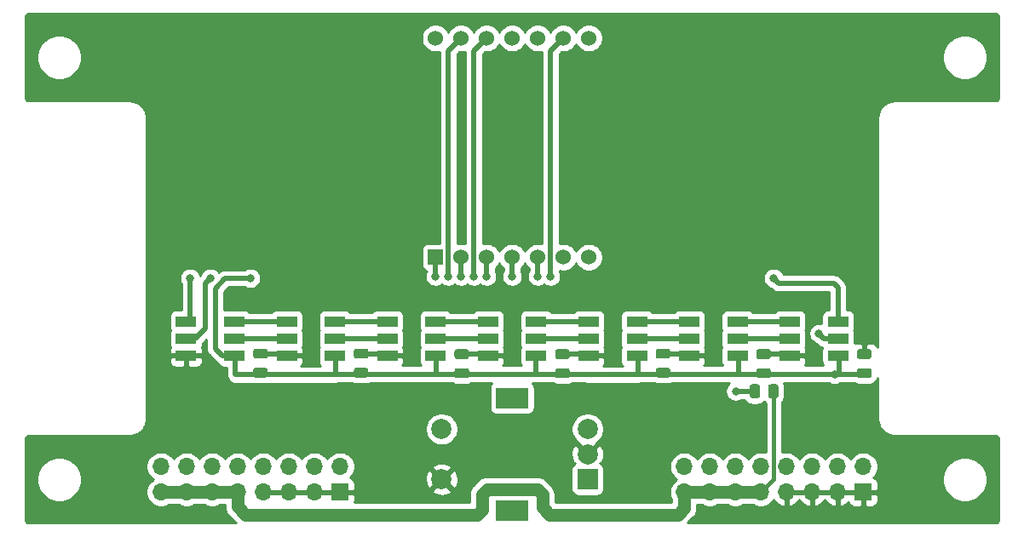
<source format=gbr>
%TF.GenerationSoftware,KiCad,Pcbnew,(5.1.9)-1*%
%TF.CreationDate,2021-05-23T18:49:26+01:00*%
%TF.ProjectId,ClockStrikeRotary,436c6f63-6b53-4747-9269-6b65526f7461,rev?*%
%TF.SameCoordinates,Original*%
%TF.FileFunction,Copper,L1,Top*%
%TF.FilePolarity,Positive*%
%FSLAX46Y46*%
G04 Gerber Fmt 4.6, Leading zero omitted, Abs format (unit mm)*
G04 Created by KiCad (PCBNEW (5.1.9)-1) date 2021-05-23 18:49:26*
%MOMM*%
%LPD*%
G01*
G04 APERTURE LIST*
%TA.AperFunction,ComponentPad*%
%ADD10R,1.700000X1.700000*%
%TD*%
%TA.AperFunction,ComponentPad*%
%ADD11O,1.700000X1.700000*%
%TD*%
%TA.AperFunction,SMDPad,CuDef*%
%ADD12R,2.000000X1.100000*%
%TD*%
%TA.AperFunction,ComponentPad*%
%ADD13R,2.000000X2.000000*%
%TD*%
%TA.AperFunction,ComponentPad*%
%ADD14C,2.000000*%
%TD*%
%TA.AperFunction,ComponentPad*%
%ADD15R,3.200000X2.000000*%
%TD*%
%TA.AperFunction,ComponentPad*%
%ADD16C,1.524000*%
%TD*%
%TA.AperFunction,ComponentPad*%
%ADD17R,1.524000X1.524000*%
%TD*%
%TA.AperFunction,ViaPad*%
%ADD18C,0.800000*%
%TD*%
%TA.AperFunction,Conductor*%
%ADD19C,0.500000*%
%TD*%
%TA.AperFunction,Conductor*%
%ADD20C,1.270000*%
%TD*%
%TA.AperFunction,Conductor*%
%ADD21C,0.400000*%
%TD*%
%TA.AperFunction,Conductor*%
%ADD22C,0.254000*%
%TD*%
%TA.AperFunction,Conductor*%
%ADD23C,0.100000*%
%TD*%
G04 APERTURE END LIST*
D10*
%TO.P,J4,1*%
%TO.N,GND*%
X99890000Y-72270000D03*
D11*
%TO.P,J4,2*%
%TO.N,DIG3*%
X99890000Y-69730000D03*
%TO.P,J4,3*%
%TO.N,GND*%
X97350000Y-72270000D03*
%TO.P,J4,4*%
%TO.N,DIG2*%
X97350000Y-69730000D03*
%TO.P,J4,5*%
%TO.N,GND*%
X94810000Y-72270000D03*
%TO.P,J4,6*%
%TO.N,COL*%
X94810000Y-69730000D03*
%TO.P,J4,7*%
%TO.N,GND*%
X92270000Y-72270000D03*
%TO.P,J4,8*%
%TO.N,DIG1*%
X92270000Y-69730000D03*
%TO.P,J4,9*%
%TO.N,+5P*%
X89730000Y-72270000D03*
%TO.P,J4,10*%
%TO.N,DIG4*%
X89730000Y-69730000D03*
%TO.P,J4,11*%
%TO.N,+5P*%
X87190000Y-72270000D03*
%TO.P,J4,12*%
%TO.N,RE-SW*%
X87190000Y-69730000D03*
%TO.P,J4,13*%
%TO.N,+5P*%
X84650000Y-72270000D03*
%TO.P,J4,14*%
%TO.N,RE-B*%
X84650000Y-69730000D03*
%TO.P,J4,15*%
%TO.N,+5P*%
X82110000Y-72270000D03*
%TO.P,J4,16*%
%TO.N,RE-A*%
X82110000Y-69730000D03*
%TD*%
D12*
%TO.P,D7,6*%
%TO.N,DO*%
X97400000Y-55300000D03*
%TO.P,D7,5*%
%TO.N,CO*%
X97400000Y-57000000D03*
%TO.P,D7,4*%
%TO.N,+5V*%
X97400000Y-58700000D03*
%TO.P,D7,3*%
%TO.N,GND*%
X92600000Y-58700000D03*
%TO.P,D7,2*%
%TO.N,Net-(D6-Pad5)*%
X92600000Y-57000000D03*
%TO.P,D7,1*%
%TO.N,Net-(D6-Pad6)*%
X92600000Y-55300000D03*
%TD*%
%TO.P,D6,6*%
%TO.N,Net-(D6-Pad6)*%
X87400000Y-55300000D03*
%TO.P,D6,5*%
%TO.N,Net-(D6-Pad5)*%
X87400000Y-57000000D03*
%TO.P,D6,4*%
%TO.N,+5V*%
X87400000Y-58700000D03*
%TO.P,D6,3*%
%TO.N,GND*%
X82600000Y-58700000D03*
%TO.P,D6,2*%
%TO.N,Net-(D5-Pad5)*%
X82600000Y-57000000D03*
%TO.P,D6,1*%
%TO.N,Net-(D5-Pad6)*%
X82600000Y-55300000D03*
%TD*%
%TO.P,C7,2*%
%TO.N,GND*%
%TA.AperFunction,SMDPad,CuDef*%
G36*
G01*
X100475000Y-59050000D02*
X99525000Y-59050000D01*
G75*
G02*
X99275000Y-58800000I0J250000D01*
G01*
X99275000Y-58300000D01*
G75*
G02*
X99525000Y-58050000I250000J0D01*
G01*
X100475000Y-58050000D01*
G75*
G02*
X100725000Y-58300000I0J-250000D01*
G01*
X100725000Y-58800000D01*
G75*
G02*
X100475000Y-59050000I-250000J0D01*
G01*
G37*
%TD.AperFunction*%
%TO.P,C7,1*%
%TO.N,+5V*%
%TA.AperFunction,SMDPad,CuDef*%
G36*
G01*
X100475000Y-60950000D02*
X99525000Y-60950000D01*
G75*
G02*
X99275000Y-60700000I0J250000D01*
G01*
X99275000Y-60200000D01*
G75*
G02*
X99525000Y-59950000I250000J0D01*
G01*
X100475000Y-59950000D01*
G75*
G02*
X100725000Y-60200000I0J-250000D01*
G01*
X100725000Y-60700000D01*
G75*
G02*
X100475000Y-60950000I-250000J0D01*
G01*
G37*
%TD.AperFunction*%
%TD*%
%TO.P,C6,2*%
%TO.N,GND*%
%TA.AperFunction,SMDPad,CuDef*%
G36*
G01*
X90475000Y-59050000D02*
X89525000Y-59050000D01*
G75*
G02*
X89275000Y-58800000I0J250000D01*
G01*
X89275000Y-58300000D01*
G75*
G02*
X89525000Y-58050000I250000J0D01*
G01*
X90475000Y-58050000D01*
G75*
G02*
X90725000Y-58300000I0J-250000D01*
G01*
X90725000Y-58800000D01*
G75*
G02*
X90475000Y-59050000I-250000J0D01*
G01*
G37*
%TD.AperFunction*%
%TO.P,C6,1*%
%TO.N,+5V*%
%TA.AperFunction,SMDPad,CuDef*%
G36*
G01*
X90475000Y-60950000D02*
X89525000Y-60950000D01*
G75*
G02*
X89275000Y-60700000I0J250000D01*
G01*
X89275000Y-60200000D01*
G75*
G02*
X89525000Y-59950000I250000J0D01*
G01*
X90475000Y-59950000D01*
G75*
G02*
X90725000Y-60200000I0J-250000D01*
G01*
X90725000Y-60700000D01*
G75*
G02*
X90475000Y-60950000I-250000J0D01*
G01*
G37*
%TD.AperFunction*%
%TD*%
%TO.P,D5,6*%
%TO.N,Net-(D5-Pad6)*%
X77400000Y-55300000D03*
%TO.P,D5,5*%
%TO.N,Net-(D5-Pad5)*%
X77400000Y-57000000D03*
%TO.P,D5,4*%
%TO.N,+5V*%
X77400000Y-58700000D03*
%TO.P,D5,3*%
%TO.N,GND*%
X72600000Y-58700000D03*
%TO.P,D5,2*%
%TO.N,Net-(D4-Pad5)*%
X72600000Y-57000000D03*
%TO.P,D5,1*%
%TO.N,Net-(D4-Pad6)*%
X72600000Y-55300000D03*
%TD*%
%TO.P,D4,6*%
%TO.N,Net-(D4-Pad6)*%
X67400000Y-55300000D03*
%TO.P,D4,5*%
%TO.N,Net-(D4-Pad5)*%
X67400000Y-57000000D03*
%TO.P,D4,4*%
%TO.N,+5V*%
X67400000Y-58700000D03*
%TO.P,D4,3*%
%TO.N,GND*%
X62600000Y-58700000D03*
%TO.P,D4,2*%
%TO.N,Net-(D3-Pad5)*%
X62600000Y-57000000D03*
%TO.P,D4,1*%
%TO.N,Net-(D3-Pad6)*%
X62600000Y-55300000D03*
%TD*%
%TO.P,D3,6*%
%TO.N,Net-(D3-Pad6)*%
X57400000Y-55300000D03*
%TO.P,D3,5*%
%TO.N,Net-(D3-Pad5)*%
X57400000Y-57000000D03*
%TO.P,D3,4*%
%TO.N,+5V*%
X57400000Y-58700000D03*
%TO.P,D3,3*%
%TO.N,GND*%
X52600000Y-58700000D03*
%TO.P,D3,2*%
%TO.N,Net-(D2-Pad5)*%
X52600000Y-57000000D03*
%TO.P,D3,1*%
%TO.N,Net-(D2-Pad6)*%
X52600000Y-55300000D03*
%TD*%
%TO.P,D2,6*%
%TO.N,Net-(D2-Pad6)*%
X47400000Y-55300000D03*
%TO.P,D2,5*%
%TO.N,Net-(D2-Pad5)*%
X47400000Y-57000000D03*
%TO.P,D2,4*%
%TO.N,+5V*%
X47400000Y-58700000D03*
%TO.P,D2,3*%
%TO.N,GND*%
X42600000Y-58700000D03*
%TO.P,D2,2*%
%TO.N,Net-(D1-Pad5)*%
X42600000Y-57000000D03*
%TO.P,D2,1*%
%TO.N,Net-(D1-Pad6)*%
X42600000Y-55300000D03*
%TD*%
%TO.P,D1,6*%
%TO.N,Net-(D1-Pad6)*%
X37400000Y-55300000D03*
%TO.P,D1,5*%
%TO.N,Net-(D1-Pad5)*%
X37400000Y-57000000D03*
%TO.P,D1,4*%
%TO.N,+5V*%
X37400000Y-58700000D03*
%TO.P,D1,3*%
%TO.N,GND*%
X32600000Y-58700000D03*
%TO.P,D1,2*%
%TO.N,CI*%
X32600000Y-57000000D03*
%TO.P,D1,1*%
%TO.N,DI*%
X32600000Y-55300000D03*
%TD*%
%TO.P,C5,2*%
%TO.N,GND*%
%TA.AperFunction,SMDPad,CuDef*%
G36*
G01*
X80475000Y-59000000D02*
X79525000Y-59000000D01*
G75*
G02*
X79275000Y-58750000I0J250000D01*
G01*
X79275000Y-58250000D01*
G75*
G02*
X79525000Y-58000000I250000J0D01*
G01*
X80475000Y-58000000D01*
G75*
G02*
X80725000Y-58250000I0J-250000D01*
G01*
X80725000Y-58750000D01*
G75*
G02*
X80475000Y-59000000I-250000J0D01*
G01*
G37*
%TD.AperFunction*%
%TO.P,C5,1*%
%TO.N,+5V*%
%TA.AperFunction,SMDPad,CuDef*%
G36*
G01*
X80475000Y-60900000D02*
X79525000Y-60900000D01*
G75*
G02*
X79275000Y-60650000I0J250000D01*
G01*
X79275000Y-60150000D01*
G75*
G02*
X79525000Y-59900000I250000J0D01*
G01*
X80475000Y-59900000D01*
G75*
G02*
X80725000Y-60150000I0J-250000D01*
G01*
X80725000Y-60650000D01*
G75*
G02*
X80475000Y-60900000I-250000J0D01*
G01*
G37*
%TD.AperFunction*%
%TD*%
%TO.P,C4,2*%
%TO.N,GND*%
%TA.AperFunction,SMDPad,CuDef*%
G36*
G01*
X70475000Y-59050000D02*
X69525000Y-59050000D01*
G75*
G02*
X69275000Y-58800000I0J250000D01*
G01*
X69275000Y-58300000D01*
G75*
G02*
X69525000Y-58050000I250000J0D01*
G01*
X70475000Y-58050000D01*
G75*
G02*
X70725000Y-58300000I0J-250000D01*
G01*
X70725000Y-58800000D01*
G75*
G02*
X70475000Y-59050000I-250000J0D01*
G01*
G37*
%TD.AperFunction*%
%TO.P,C4,1*%
%TO.N,+5V*%
%TA.AperFunction,SMDPad,CuDef*%
G36*
G01*
X70475000Y-60950000D02*
X69525000Y-60950000D01*
G75*
G02*
X69275000Y-60700000I0J250000D01*
G01*
X69275000Y-60200000D01*
G75*
G02*
X69525000Y-59950000I250000J0D01*
G01*
X70475000Y-59950000D01*
G75*
G02*
X70725000Y-60200000I0J-250000D01*
G01*
X70725000Y-60700000D01*
G75*
G02*
X70475000Y-60950000I-250000J0D01*
G01*
G37*
%TD.AperFunction*%
%TD*%
%TO.P,C3,2*%
%TO.N,GND*%
%TA.AperFunction,SMDPad,CuDef*%
G36*
G01*
X60475000Y-59050000D02*
X59525000Y-59050000D01*
G75*
G02*
X59275000Y-58800000I0J250000D01*
G01*
X59275000Y-58300000D01*
G75*
G02*
X59525000Y-58050000I250000J0D01*
G01*
X60475000Y-58050000D01*
G75*
G02*
X60725000Y-58300000I0J-250000D01*
G01*
X60725000Y-58800000D01*
G75*
G02*
X60475000Y-59050000I-250000J0D01*
G01*
G37*
%TD.AperFunction*%
%TO.P,C3,1*%
%TO.N,+5V*%
%TA.AperFunction,SMDPad,CuDef*%
G36*
G01*
X60475000Y-60950000D02*
X59525000Y-60950000D01*
G75*
G02*
X59275000Y-60700000I0J250000D01*
G01*
X59275000Y-60200000D01*
G75*
G02*
X59525000Y-59950000I250000J0D01*
G01*
X60475000Y-59950000D01*
G75*
G02*
X60725000Y-60200000I0J-250000D01*
G01*
X60725000Y-60700000D01*
G75*
G02*
X60475000Y-60950000I-250000J0D01*
G01*
G37*
%TD.AperFunction*%
%TD*%
%TO.P,C2,2*%
%TO.N,GND*%
%TA.AperFunction,SMDPad,CuDef*%
G36*
G01*
X50475000Y-59000000D02*
X49525000Y-59000000D01*
G75*
G02*
X49275000Y-58750000I0J250000D01*
G01*
X49275000Y-58250000D01*
G75*
G02*
X49525000Y-58000000I250000J0D01*
G01*
X50475000Y-58000000D01*
G75*
G02*
X50725000Y-58250000I0J-250000D01*
G01*
X50725000Y-58750000D01*
G75*
G02*
X50475000Y-59000000I-250000J0D01*
G01*
G37*
%TD.AperFunction*%
%TO.P,C2,1*%
%TO.N,+5V*%
%TA.AperFunction,SMDPad,CuDef*%
G36*
G01*
X50475000Y-60900000D02*
X49525000Y-60900000D01*
G75*
G02*
X49275000Y-60650000I0J250000D01*
G01*
X49275000Y-60150000D01*
G75*
G02*
X49525000Y-59900000I250000J0D01*
G01*
X50475000Y-59900000D01*
G75*
G02*
X50725000Y-60150000I0J-250000D01*
G01*
X50725000Y-60650000D01*
G75*
G02*
X50475000Y-60900000I-250000J0D01*
G01*
G37*
%TD.AperFunction*%
%TD*%
%TO.P,C1,2*%
%TO.N,GND*%
%TA.AperFunction,SMDPad,CuDef*%
G36*
G01*
X40475000Y-59000000D02*
X39525000Y-59000000D01*
G75*
G02*
X39275000Y-58750000I0J250000D01*
G01*
X39275000Y-58250000D01*
G75*
G02*
X39525000Y-58000000I250000J0D01*
G01*
X40475000Y-58000000D01*
G75*
G02*
X40725000Y-58250000I0J-250000D01*
G01*
X40725000Y-58750000D01*
G75*
G02*
X40475000Y-59000000I-250000J0D01*
G01*
G37*
%TD.AperFunction*%
%TO.P,C1,1*%
%TO.N,+5V*%
%TA.AperFunction,SMDPad,CuDef*%
G36*
G01*
X40475000Y-60900000D02*
X39525000Y-60900000D01*
G75*
G02*
X39275000Y-60650000I0J250000D01*
G01*
X39275000Y-60150000D01*
G75*
G02*
X39525000Y-59900000I250000J0D01*
G01*
X40475000Y-59900000D01*
G75*
G02*
X40725000Y-60150000I0J-250000D01*
G01*
X40725000Y-60650000D01*
G75*
G02*
X40475000Y-60900000I-250000J0D01*
G01*
G37*
%TD.AperFunction*%
%TD*%
D13*
%TO.P,SW1,A*%
%TO.N,RE-A*%
X72500000Y-71000000D03*
D14*
%TO.P,SW1,C*%
%TO.N,GND*%
X72500000Y-68500000D03*
%TO.P,SW1,B*%
%TO.N,RE-B*%
X72500000Y-66000000D03*
D15*
%TO.P,SW1,MP*%
%TO.N,N/C*%
X65000000Y-74100000D03*
X65000000Y-62900000D03*
D14*
%TO.P,SW1,S2*%
%TO.N,GND*%
X58000000Y-71000000D03*
%TO.P,SW1,S1*%
%TO.N,RE-SW*%
X58000000Y-66000000D03*
%TD*%
%TO.P,R1,2*%
%TO.N,Net-(D8-Pad8)*%
%TA.AperFunction,SMDPad,CuDef*%
G36*
G01*
X89647500Y-61789999D02*
X89647500Y-62690001D01*
G75*
G02*
X89397501Y-62940000I-249999J0D01*
G01*
X88872499Y-62940000D01*
G75*
G02*
X88622500Y-62690001I0J249999D01*
G01*
X88622500Y-61789999D01*
G75*
G02*
X88872499Y-61540000I249999J0D01*
G01*
X89397501Y-61540000D01*
G75*
G02*
X89647500Y-61789999I0J-249999D01*
G01*
G37*
%TD.AperFunction*%
%TO.P,R1,1*%
%TO.N,+5P*%
%TA.AperFunction,SMDPad,CuDef*%
G36*
G01*
X91472500Y-61789999D02*
X91472500Y-62690001D01*
G75*
G02*
X91222501Y-62940000I-249999J0D01*
G01*
X90697499Y-62940000D01*
G75*
G02*
X90447500Y-62690001I0J249999D01*
G01*
X90447500Y-61789999D01*
G75*
G02*
X90697499Y-61540000I249999J0D01*
G01*
X91222501Y-61540000D01*
G75*
G02*
X91472500Y-61789999I0J-249999D01*
G01*
G37*
%TD.AperFunction*%
%TD*%
D10*
%TO.P,J3,1*%
%TO.N,GND*%
X47890000Y-72270000D03*
D11*
%TO.P,J3,2*%
%TO.N,B*%
X47890000Y-69730000D03*
%TO.P,J3,3*%
%TO.N,GND*%
X45350000Y-72270000D03*
%TO.P,J3,4*%
%TO.N,G*%
X45350000Y-69730000D03*
%TO.P,J3,5*%
%TO.N,GND*%
X42810000Y-72270000D03*
%TO.P,J3,6*%
%TO.N,C*%
X42810000Y-69730000D03*
%TO.P,J3,7*%
%TO.N,GND*%
X40270000Y-72270000D03*
%TO.P,J3,8*%
%TO.N,DP*%
X40270000Y-69730000D03*
%TO.P,J3,9*%
%TO.N,+5P*%
X37730000Y-72270000D03*
%TO.P,J3,10*%
%TO.N,F*%
X37730000Y-69730000D03*
%TO.P,J3,11*%
%TO.N,+5P*%
X35190000Y-72270000D03*
%TO.P,J3,12*%
%TO.N,D*%
X35190000Y-69730000D03*
%TO.P,J3,13*%
%TO.N,+5P*%
X32650000Y-72270000D03*
%TO.P,J3,14*%
%TO.N,A*%
X32650000Y-69730000D03*
%TO.P,J3,15*%
%TO.N,+5P*%
X30110000Y-72270000D03*
%TO.P,J3,16*%
%TO.N,E*%
X30110000Y-69730000D03*
%TD*%
D16*
%TO.P,D8,14*%
%TO.N,DIG1*%
X57380000Y-27110000D03*
%TO.P,D8,13*%
%TO.N,A*%
X59920000Y-27110000D03*
%TO.P,D8,12*%
%TO.N,F*%
X62460000Y-27110000D03*
%TO.P,D8,11*%
%TO.N,DIG2*%
X65000000Y-27110000D03*
%TO.P,D8,10*%
%TO.N,DIG3*%
X67540000Y-27110000D03*
%TO.P,D8,9*%
%TO.N,B*%
X70080000Y-27110000D03*
%TO.P,D8,8*%
%TO.N,Net-(D8-Pad8)*%
X72620000Y-27110000D03*
%TO.P,D8,7*%
%TO.N,COL*%
X72620000Y-48900000D03*
%TO.P,D8,6*%
%TO.N,DIG4*%
X70080000Y-48900000D03*
%TO.P,D8,5*%
%TO.N,G*%
X67540000Y-48900000D03*
%TO.P,D8,4*%
%TO.N,C*%
X65000000Y-48900000D03*
%TO.P,D8,3*%
%TO.N,DP*%
X62460000Y-48900000D03*
%TO.P,D8,2*%
%TO.N,D*%
X59920000Y-48900000D03*
D17*
%TO.P,D8,1*%
%TO.N,E*%
X57380000Y-48900000D03*
%TD*%
D18*
%TO.N,GND*%
X59925000Y-45095000D03*
X59925000Y-34300000D03*
X65005000Y-34300000D03*
X65005000Y-45095000D03*
%TO.N,+5V*%
X39000000Y-51000000D03*
X97050000Y-60550000D03*
%TO.N,CI*%
X35000000Y-51000000D03*
%TO.N,DI*%
X33000000Y-51000000D03*
%TO.N,DO*%
X91000000Y-51000000D03*
%TO.N,CO*%
X95500000Y-56500000D03*
%TO.N,A*%
X58655000Y-50810000D03*
%TO.N,F*%
X61195000Y-50810000D03*
%TO.N,B*%
X68815000Y-50810000D03*
%TO.N,G*%
X67545000Y-50810000D03*
%TO.N,C*%
X65005000Y-50810000D03*
%TO.N,DP*%
X62465000Y-50810000D03*
%TO.N,D*%
X59925000Y-50810000D03*
%TO.N,E*%
X57385000Y-50810000D03*
%TO.N,Net-(D8-Pad8)*%
X87230000Y-62240000D03*
%TD*%
D19*
%TO.N,GND*%
X42400000Y-58500000D02*
X42600000Y-58700000D01*
X40000000Y-58500000D02*
X42400000Y-58500000D01*
X52400000Y-58500000D02*
X52600000Y-58700000D01*
X50000000Y-58500000D02*
X52400000Y-58500000D01*
X72450000Y-58550000D02*
X72600000Y-58700000D01*
X70000000Y-58550000D02*
X72450000Y-58550000D01*
X82400000Y-58500000D02*
X82600000Y-58700000D01*
X80000000Y-58500000D02*
X82400000Y-58500000D01*
X92450000Y-58550000D02*
X92600000Y-58700000D01*
X90000000Y-58550000D02*
X92450000Y-58550000D01*
X62450000Y-58550000D02*
X62600000Y-58700000D01*
X60000000Y-58550000D02*
X62450000Y-58550000D01*
%TO.N,+5V*%
X47450000Y-60600000D02*
X47500000Y-60550000D01*
X37500000Y-60600000D02*
X47450000Y-60600000D01*
X47500000Y-60550000D02*
X57500000Y-60550000D01*
X72450000Y-60550000D02*
X72500000Y-60600000D01*
X77450000Y-60600000D02*
X77500000Y-60550000D01*
X72500000Y-60600000D02*
X77450000Y-60600000D01*
X77500000Y-60550000D02*
X87500000Y-60550000D01*
X97500000Y-58800000D02*
X97400000Y-58700000D01*
X97500000Y-60550000D02*
X97500000Y-58800000D01*
X87500000Y-58800000D02*
X87400000Y-58700000D01*
X87500000Y-60550000D02*
X87500000Y-58800000D01*
X77500000Y-58800000D02*
X77400000Y-58700000D01*
X67400000Y-60500000D02*
X67450000Y-60550000D01*
X67450000Y-60550000D02*
X72450000Y-60550000D01*
X67400000Y-58700000D02*
X67400000Y-60500000D01*
X57500000Y-60550000D02*
X67450000Y-60550000D01*
X57500000Y-58800000D02*
X57400000Y-58700000D01*
X57500000Y-60550000D02*
X57500000Y-58800000D01*
X47500000Y-58800000D02*
X47400000Y-58700000D01*
X47500000Y-60550000D02*
X47500000Y-58800000D01*
X37500000Y-58800000D02*
X37400000Y-58700000D01*
X37500000Y-60600000D02*
X37500000Y-58800000D01*
X99900000Y-60550000D02*
X100000000Y-60450000D01*
X97500000Y-60550000D02*
X99900000Y-60550000D01*
X37400000Y-58700000D02*
X36200000Y-58700000D01*
X36200000Y-58700000D02*
X35500000Y-58000000D01*
X35500000Y-58000000D02*
X35500000Y-52000000D01*
X35500000Y-52000000D02*
X36500000Y-51000000D01*
X36500000Y-51000000D02*
X39000000Y-51000000D01*
X97050000Y-60550000D02*
X97500000Y-60550000D01*
X87500000Y-60550000D02*
X97050000Y-60550000D01*
X77500000Y-60550000D02*
X77500000Y-58800000D01*
%TO.N,Net-(D1-Pad6)*%
X37400000Y-55300000D02*
X42600000Y-55300000D01*
%TO.N,Net-(D1-Pad5)*%
X37400000Y-57000000D02*
X42600000Y-57000000D01*
%TO.N,CI*%
X32600000Y-57000000D02*
X33500000Y-57000000D01*
X33500000Y-57000000D02*
X34500000Y-56000000D01*
X34500000Y-51500000D02*
X35000000Y-51000000D01*
X34500000Y-56000000D02*
X34500000Y-51500000D01*
%TO.N,DI*%
X33000000Y-54900000D02*
X32600000Y-55300000D01*
X33000000Y-51000000D02*
X33000000Y-54900000D01*
%TO.N,Net-(D2-Pad6)*%
X47400000Y-55300000D02*
X52600000Y-55300000D01*
%TO.N,Net-(D2-Pad5)*%
X47400000Y-57000000D02*
X52600000Y-57000000D01*
%TO.N,Net-(D3-Pad6)*%
X62600000Y-55300000D02*
X57400000Y-55300000D01*
%TO.N,Net-(D3-Pad5)*%
X57400000Y-57000000D02*
X62600000Y-57000000D01*
%TO.N,Net-(D4-Pad6)*%
X67400000Y-55300000D02*
X72600000Y-55300000D01*
%TO.N,Net-(D4-Pad5)*%
X67400000Y-57000000D02*
X72600000Y-57000000D01*
%TO.N,DO*%
X97400000Y-55300000D02*
X97400000Y-51900000D01*
X97400000Y-51900000D02*
X97000000Y-51500000D01*
X91500000Y-51500000D02*
X91000000Y-51000000D01*
X97000000Y-51500000D02*
X91500000Y-51500000D01*
%TO.N,CO*%
X96000000Y-57000000D02*
X95500000Y-56500000D01*
X97400000Y-57000000D02*
X96000000Y-57000000D01*
%TO.N,A*%
X59920000Y-27110000D02*
X58655000Y-28375000D01*
X58655000Y-28375000D02*
X58655000Y-50810000D01*
%TO.N,F*%
X62460000Y-27110000D02*
X61195000Y-28375000D01*
X61195000Y-28375000D02*
X61195000Y-50810000D01*
%TO.N,B*%
X70080000Y-27110000D02*
X68815000Y-28375000D01*
X68815000Y-28375000D02*
X68815000Y-49428762D01*
X68815000Y-49428762D02*
X68815000Y-50810000D01*
%TO.N,G*%
X67540000Y-48900000D02*
X67540000Y-50805000D01*
X67540000Y-50805000D02*
X67545000Y-50810000D01*
%TO.N,C*%
X65000000Y-48900000D02*
X65000000Y-50805000D01*
X65000000Y-50805000D02*
X65005000Y-50810000D01*
%TO.N,DP*%
X62460000Y-48900000D02*
X62460000Y-50805000D01*
X62460000Y-50805000D02*
X62465000Y-50810000D01*
%TO.N,D*%
X59920000Y-48900000D02*
X59920000Y-50805000D01*
X59920000Y-50805000D02*
X59925000Y-50810000D01*
%TO.N,E*%
X57380000Y-48900000D02*
X57380000Y-50805000D01*
X57380000Y-50805000D02*
X57385000Y-50810000D01*
%TO.N,Net-(D5-Pad6)*%
X77400000Y-55300000D02*
X82600000Y-55300000D01*
%TO.N,Net-(D5-Pad5)*%
X77400000Y-57000000D02*
X82600000Y-57000000D01*
%TO.N,Net-(D6-Pad6)*%
X87400000Y-55300000D02*
X92600000Y-55300000D01*
%TO.N,Net-(D6-Pad5)*%
X87400000Y-57000000D02*
X92600000Y-57000000D01*
%TO.N,Net-(D8-Pad8)*%
X87230000Y-62240000D02*
X89135000Y-62240000D01*
D20*
%TO.N,+5P*%
X89730000Y-72270000D02*
X87190000Y-72270000D01*
X87190000Y-72270000D02*
X84650000Y-72270000D01*
X84650000Y-72270000D02*
X82110000Y-72270000D01*
X30110000Y-72270000D02*
X32650000Y-72270000D01*
X32650000Y-72270000D02*
X35190000Y-72270000D01*
X35190000Y-72270000D02*
X37730000Y-72270000D01*
D21*
X91019999Y-70980001D02*
X91019999Y-62299999D01*
X91019999Y-62299999D02*
X90960000Y-62240000D01*
X89730000Y-72270000D02*
X91019999Y-70980001D01*
D20*
X82110000Y-73890000D02*
X82110000Y-72270000D01*
X81500000Y-74500000D02*
X82110000Y-73890000D01*
X68000000Y-72500000D02*
X68000000Y-73807500D01*
X67500000Y-72000000D02*
X68000000Y-72500000D01*
X68692500Y-74500000D02*
X81500000Y-74500000D01*
X62000000Y-72500000D02*
X62500000Y-72000000D01*
X62500000Y-72000000D02*
X67500000Y-72000000D01*
X61500000Y-74500000D02*
X62000000Y-74000000D01*
X38500000Y-74500000D02*
X61500000Y-74500000D01*
X68000000Y-73807500D02*
X68692500Y-74500000D01*
X37730000Y-73730000D02*
X38500000Y-74500000D01*
X62000000Y-74000000D02*
X62000000Y-72500000D01*
X37730000Y-72270000D02*
X37730000Y-73730000D01*
%TD*%
D22*
%TO.N,GND*%
X101340001Y-65032419D02*
X101342783Y-65060664D01*
X101342740Y-65066801D01*
X101343640Y-65075972D01*
X101364041Y-65270069D01*
X101376068Y-65328658D01*
X101387277Y-65387423D01*
X101389941Y-65396245D01*
X101447653Y-65582683D01*
X101470838Y-65637838D01*
X101493242Y-65693291D01*
X101497568Y-65701427D01*
X101590393Y-65873104D01*
X101623846Y-65922699D01*
X101656600Y-65972753D01*
X101662424Y-65979894D01*
X101786828Y-66130272D01*
X101829263Y-66172411D01*
X101871126Y-66215161D01*
X101878227Y-66221034D01*
X102029469Y-66344384D01*
X102079277Y-66377477D01*
X102128651Y-66411284D01*
X102136757Y-66415667D01*
X102309080Y-66507292D01*
X102364392Y-66530090D01*
X102419366Y-66553652D01*
X102428169Y-66556377D01*
X102615006Y-66612786D01*
X102673686Y-66624405D01*
X102732196Y-66636842D01*
X102741361Y-66637805D01*
X102935594Y-66656850D01*
X102935598Y-66656850D01*
X102967581Y-66660000D01*
X112967721Y-66660000D01*
X113065424Y-66669580D01*
X113128356Y-66688580D01*
X113186405Y-66719445D01*
X113237343Y-66760989D01*
X113279248Y-66811644D01*
X113310515Y-66869471D01*
X113329956Y-66932272D01*
X113340000Y-67027835D01*
X113340001Y-74967711D01*
X113330420Y-75065424D01*
X113311420Y-75128357D01*
X113280554Y-75186406D01*
X113239011Y-75237343D01*
X113188356Y-75279248D01*
X113130529Y-75310515D01*
X113067728Y-75329956D01*
X112972165Y-75340000D01*
X82456050Y-75340000D01*
X82963910Y-74832140D01*
X83012370Y-74792370D01*
X83171075Y-74598988D01*
X83289003Y-74378359D01*
X83361623Y-74138963D01*
X83380000Y-73952380D01*
X83380000Y-73952374D01*
X83386143Y-73890001D01*
X83380000Y-73827628D01*
X83380000Y-73540000D01*
X83877760Y-73540000D01*
X83946589Y-73585990D01*
X84216842Y-73697932D01*
X84503740Y-73755000D01*
X84796260Y-73755000D01*
X85083158Y-73697932D01*
X85353411Y-73585990D01*
X85422240Y-73540000D01*
X86417760Y-73540000D01*
X86486589Y-73585990D01*
X86756842Y-73697932D01*
X87043740Y-73755000D01*
X87336260Y-73755000D01*
X87623158Y-73697932D01*
X87893411Y-73585990D01*
X87962240Y-73540000D01*
X88957760Y-73540000D01*
X89026589Y-73585990D01*
X89296842Y-73697932D01*
X89583740Y-73755000D01*
X89876260Y-73755000D01*
X90163158Y-73697932D01*
X90433411Y-73585990D01*
X90676632Y-73423475D01*
X90883475Y-73216632D01*
X91005195Y-73034466D01*
X91074822Y-73151355D01*
X91269731Y-73367588D01*
X91503080Y-73541641D01*
X91765901Y-73666825D01*
X91913110Y-73711476D01*
X92143000Y-73590155D01*
X92143000Y-72397000D01*
X92397000Y-72397000D01*
X92397000Y-73590155D01*
X92626890Y-73711476D01*
X92774099Y-73666825D01*
X93036920Y-73541641D01*
X93270269Y-73367588D01*
X93465178Y-73151355D01*
X93540000Y-73025745D01*
X93614822Y-73151355D01*
X93809731Y-73367588D01*
X94043080Y-73541641D01*
X94305901Y-73666825D01*
X94453110Y-73711476D01*
X94683000Y-73590155D01*
X94683000Y-72397000D01*
X94937000Y-72397000D01*
X94937000Y-73590155D01*
X95166890Y-73711476D01*
X95314099Y-73666825D01*
X95576920Y-73541641D01*
X95810269Y-73367588D01*
X96005178Y-73151355D01*
X96080000Y-73025745D01*
X96154822Y-73151355D01*
X96349731Y-73367588D01*
X96583080Y-73541641D01*
X96845901Y-73666825D01*
X96993110Y-73711476D01*
X97223000Y-73590155D01*
X97223000Y-72397000D01*
X97477000Y-72397000D01*
X97477000Y-73590155D01*
X97706890Y-73711476D01*
X97854099Y-73666825D01*
X98116920Y-73541641D01*
X98350269Y-73367588D01*
X98426034Y-73283534D01*
X98450498Y-73364180D01*
X98509463Y-73474494D01*
X98588815Y-73571185D01*
X98685506Y-73650537D01*
X98795820Y-73709502D01*
X98915518Y-73745812D01*
X99040000Y-73758072D01*
X99604250Y-73755000D01*
X99763000Y-73596250D01*
X99763000Y-72397000D01*
X100017000Y-72397000D01*
X100017000Y-73596250D01*
X100175750Y-73755000D01*
X100740000Y-73758072D01*
X100864482Y-73745812D01*
X100984180Y-73709502D01*
X101094494Y-73650537D01*
X101191185Y-73571185D01*
X101270537Y-73474494D01*
X101329502Y-73364180D01*
X101365812Y-73244482D01*
X101378072Y-73120000D01*
X101375000Y-72555750D01*
X101216250Y-72397000D01*
X100017000Y-72397000D01*
X99763000Y-72397000D01*
X97477000Y-72397000D01*
X97223000Y-72397000D01*
X94937000Y-72397000D01*
X94683000Y-72397000D01*
X92397000Y-72397000D01*
X92143000Y-72397000D01*
X92123000Y-72397000D01*
X92123000Y-72143000D01*
X92143000Y-72143000D01*
X92143000Y-72123000D01*
X92397000Y-72123000D01*
X92397000Y-72143000D01*
X94683000Y-72143000D01*
X94683000Y-72123000D01*
X94937000Y-72123000D01*
X94937000Y-72143000D01*
X97223000Y-72143000D01*
X97223000Y-72123000D01*
X97477000Y-72123000D01*
X97477000Y-72143000D01*
X99763000Y-72143000D01*
X99763000Y-72123000D01*
X100017000Y-72123000D01*
X100017000Y-72143000D01*
X101216250Y-72143000D01*
X101375000Y-71984250D01*
X101378072Y-71420000D01*
X101365812Y-71295518D01*
X101329502Y-71175820D01*
X101270537Y-71065506D01*
X101191185Y-70968815D01*
X101094494Y-70889463D01*
X100984180Y-70830498D01*
X100911620Y-70808487D01*
X100940235Y-70779872D01*
X107765000Y-70779872D01*
X107765000Y-71220128D01*
X107850890Y-71651925D01*
X108019369Y-72058669D01*
X108263962Y-72424729D01*
X108575271Y-72736038D01*
X108941331Y-72980631D01*
X109348075Y-73149110D01*
X109779872Y-73235000D01*
X110220128Y-73235000D01*
X110651925Y-73149110D01*
X111058669Y-72980631D01*
X111424729Y-72736038D01*
X111736038Y-72424729D01*
X111980631Y-72058669D01*
X112149110Y-71651925D01*
X112235000Y-71220128D01*
X112235000Y-70779872D01*
X112149110Y-70348075D01*
X111980631Y-69941331D01*
X111736038Y-69575271D01*
X111424729Y-69263962D01*
X111058669Y-69019369D01*
X110651925Y-68850890D01*
X110220128Y-68765000D01*
X109779872Y-68765000D01*
X109348075Y-68850890D01*
X108941331Y-69019369D01*
X108575271Y-69263962D01*
X108263962Y-69575271D01*
X108019369Y-69941331D01*
X107850890Y-70348075D01*
X107765000Y-70779872D01*
X100940235Y-70779872D01*
X101043475Y-70676632D01*
X101205990Y-70433411D01*
X101317932Y-70163158D01*
X101375000Y-69876260D01*
X101375000Y-69583740D01*
X101317932Y-69296842D01*
X101205990Y-69026589D01*
X101043475Y-68783368D01*
X100836632Y-68576525D01*
X100593411Y-68414010D01*
X100323158Y-68302068D01*
X100036260Y-68245000D01*
X99743740Y-68245000D01*
X99456842Y-68302068D01*
X99186589Y-68414010D01*
X98943368Y-68576525D01*
X98736525Y-68783368D01*
X98620000Y-68957760D01*
X98503475Y-68783368D01*
X98296632Y-68576525D01*
X98053411Y-68414010D01*
X97783158Y-68302068D01*
X97496260Y-68245000D01*
X97203740Y-68245000D01*
X96916842Y-68302068D01*
X96646589Y-68414010D01*
X96403368Y-68576525D01*
X96196525Y-68783368D01*
X96080000Y-68957760D01*
X95963475Y-68783368D01*
X95756632Y-68576525D01*
X95513411Y-68414010D01*
X95243158Y-68302068D01*
X94956260Y-68245000D01*
X94663740Y-68245000D01*
X94376842Y-68302068D01*
X94106589Y-68414010D01*
X93863368Y-68576525D01*
X93656525Y-68783368D01*
X93540000Y-68957760D01*
X93423475Y-68783368D01*
X93216632Y-68576525D01*
X92973411Y-68414010D01*
X92703158Y-68302068D01*
X92416260Y-68245000D01*
X92123740Y-68245000D01*
X91854999Y-68298456D01*
X91854999Y-63312434D01*
X91960905Y-63183387D01*
X92042972Y-63029851D01*
X92093508Y-62863255D01*
X92110572Y-62690001D01*
X92110572Y-61789999D01*
X92093508Y-61616745D01*
X92042972Y-61450149D01*
X92034875Y-61435000D01*
X96511546Y-61435000D01*
X96559744Y-61467205D01*
X96748102Y-61545226D01*
X96948061Y-61585000D01*
X97151939Y-61585000D01*
X97351898Y-61545226D01*
X97540256Y-61467205D01*
X97588454Y-61435000D01*
X99027465Y-61435000D01*
X99031614Y-61438405D01*
X99185150Y-61520472D01*
X99351746Y-61571008D01*
X99525000Y-61588072D01*
X100475000Y-61588072D01*
X100648254Y-61571008D01*
X100814850Y-61520472D01*
X100968386Y-61438405D01*
X101102962Y-61327962D01*
X101213405Y-61193386D01*
X101295472Y-61039850D01*
X101340001Y-60893057D01*
X101340001Y-65032419D01*
%TA.AperFunction,Conductor*%
D23*
G36*
X101340001Y-65032419D02*
G01*
X101342783Y-65060664D01*
X101342740Y-65066801D01*
X101343640Y-65075972D01*
X101364041Y-65270069D01*
X101376068Y-65328658D01*
X101387277Y-65387423D01*
X101389941Y-65396245D01*
X101447653Y-65582683D01*
X101470838Y-65637838D01*
X101493242Y-65693291D01*
X101497568Y-65701427D01*
X101590393Y-65873104D01*
X101623846Y-65922699D01*
X101656600Y-65972753D01*
X101662424Y-65979894D01*
X101786828Y-66130272D01*
X101829263Y-66172411D01*
X101871126Y-66215161D01*
X101878227Y-66221034D01*
X102029469Y-66344384D01*
X102079277Y-66377477D01*
X102128651Y-66411284D01*
X102136757Y-66415667D01*
X102309080Y-66507292D01*
X102364392Y-66530090D01*
X102419366Y-66553652D01*
X102428169Y-66556377D01*
X102615006Y-66612786D01*
X102673686Y-66624405D01*
X102732196Y-66636842D01*
X102741361Y-66637805D01*
X102935594Y-66656850D01*
X102935598Y-66656850D01*
X102967581Y-66660000D01*
X112967721Y-66660000D01*
X113065424Y-66669580D01*
X113128356Y-66688580D01*
X113186405Y-66719445D01*
X113237343Y-66760989D01*
X113279248Y-66811644D01*
X113310515Y-66869471D01*
X113329956Y-66932272D01*
X113340000Y-67027835D01*
X113340001Y-74967711D01*
X113330420Y-75065424D01*
X113311420Y-75128357D01*
X113280554Y-75186406D01*
X113239011Y-75237343D01*
X113188356Y-75279248D01*
X113130529Y-75310515D01*
X113067728Y-75329956D01*
X112972165Y-75340000D01*
X82456050Y-75340000D01*
X82963910Y-74832140D01*
X83012370Y-74792370D01*
X83171075Y-74598988D01*
X83289003Y-74378359D01*
X83361623Y-74138963D01*
X83380000Y-73952380D01*
X83380000Y-73952374D01*
X83386143Y-73890001D01*
X83380000Y-73827628D01*
X83380000Y-73540000D01*
X83877760Y-73540000D01*
X83946589Y-73585990D01*
X84216842Y-73697932D01*
X84503740Y-73755000D01*
X84796260Y-73755000D01*
X85083158Y-73697932D01*
X85353411Y-73585990D01*
X85422240Y-73540000D01*
X86417760Y-73540000D01*
X86486589Y-73585990D01*
X86756842Y-73697932D01*
X87043740Y-73755000D01*
X87336260Y-73755000D01*
X87623158Y-73697932D01*
X87893411Y-73585990D01*
X87962240Y-73540000D01*
X88957760Y-73540000D01*
X89026589Y-73585990D01*
X89296842Y-73697932D01*
X89583740Y-73755000D01*
X89876260Y-73755000D01*
X90163158Y-73697932D01*
X90433411Y-73585990D01*
X90676632Y-73423475D01*
X90883475Y-73216632D01*
X91005195Y-73034466D01*
X91074822Y-73151355D01*
X91269731Y-73367588D01*
X91503080Y-73541641D01*
X91765901Y-73666825D01*
X91913110Y-73711476D01*
X92143000Y-73590155D01*
X92143000Y-72397000D01*
X92397000Y-72397000D01*
X92397000Y-73590155D01*
X92626890Y-73711476D01*
X92774099Y-73666825D01*
X93036920Y-73541641D01*
X93270269Y-73367588D01*
X93465178Y-73151355D01*
X93540000Y-73025745D01*
X93614822Y-73151355D01*
X93809731Y-73367588D01*
X94043080Y-73541641D01*
X94305901Y-73666825D01*
X94453110Y-73711476D01*
X94683000Y-73590155D01*
X94683000Y-72397000D01*
X94937000Y-72397000D01*
X94937000Y-73590155D01*
X95166890Y-73711476D01*
X95314099Y-73666825D01*
X95576920Y-73541641D01*
X95810269Y-73367588D01*
X96005178Y-73151355D01*
X96080000Y-73025745D01*
X96154822Y-73151355D01*
X96349731Y-73367588D01*
X96583080Y-73541641D01*
X96845901Y-73666825D01*
X96993110Y-73711476D01*
X97223000Y-73590155D01*
X97223000Y-72397000D01*
X97477000Y-72397000D01*
X97477000Y-73590155D01*
X97706890Y-73711476D01*
X97854099Y-73666825D01*
X98116920Y-73541641D01*
X98350269Y-73367588D01*
X98426034Y-73283534D01*
X98450498Y-73364180D01*
X98509463Y-73474494D01*
X98588815Y-73571185D01*
X98685506Y-73650537D01*
X98795820Y-73709502D01*
X98915518Y-73745812D01*
X99040000Y-73758072D01*
X99604250Y-73755000D01*
X99763000Y-73596250D01*
X99763000Y-72397000D01*
X100017000Y-72397000D01*
X100017000Y-73596250D01*
X100175750Y-73755000D01*
X100740000Y-73758072D01*
X100864482Y-73745812D01*
X100984180Y-73709502D01*
X101094494Y-73650537D01*
X101191185Y-73571185D01*
X101270537Y-73474494D01*
X101329502Y-73364180D01*
X101365812Y-73244482D01*
X101378072Y-73120000D01*
X101375000Y-72555750D01*
X101216250Y-72397000D01*
X100017000Y-72397000D01*
X99763000Y-72397000D01*
X97477000Y-72397000D01*
X97223000Y-72397000D01*
X94937000Y-72397000D01*
X94683000Y-72397000D01*
X92397000Y-72397000D01*
X92143000Y-72397000D01*
X92123000Y-72397000D01*
X92123000Y-72143000D01*
X92143000Y-72143000D01*
X92143000Y-72123000D01*
X92397000Y-72123000D01*
X92397000Y-72143000D01*
X94683000Y-72143000D01*
X94683000Y-72123000D01*
X94937000Y-72123000D01*
X94937000Y-72143000D01*
X97223000Y-72143000D01*
X97223000Y-72123000D01*
X97477000Y-72123000D01*
X97477000Y-72143000D01*
X99763000Y-72143000D01*
X99763000Y-72123000D01*
X100017000Y-72123000D01*
X100017000Y-72143000D01*
X101216250Y-72143000D01*
X101375000Y-71984250D01*
X101378072Y-71420000D01*
X101365812Y-71295518D01*
X101329502Y-71175820D01*
X101270537Y-71065506D01*
X101191185Y-70968815D01*
X101094494Y-70889463D01*
X100984180Y-70830498D01*
X100911620Y-70808487D01*
X100940235Y-70779872D01*
X107765000Y-70779872D01*
X107765000Y-71220128D01*
X107850890Y-71651925D01*
X108019369Y-72058669D01*
X108263962Y-72424729D01*
X108575271Y-72736038D01*
X108941331Y-72980631D01*
X109348075Y-73149110D01*
X109779872Y-73235000D01*
X110220128Y-73235000D01*
X110651925Y-73149110D01*
X111058669Y-72980631D01*
X111424729Y-72736038D01*
X111736038Y-72424729D01*
X111980631Y-72058669D01*
X112149110Y-71651925D01*
X112235000Y-71220128D01*
X112235000Y-70779872D01*
X112149110Y-70348075D01*
X111980631Y-69941331D01*
X111736038Y-69575271D01*
X111424729Y-69263962D01*
X111058669Y-69019369D01*
X110651925Y-68850890D01*
X110220128Y-68765000D01*
X109779872Y-68765000D01*
X109348075Y-68850890D01*
X108941331Y-69019369D01*
X108575271Y-69263962D01*
X108263962Y-69575271D01*
X108019369Y-69941331D01*
X107850890Y-70348075D01*
X107765000Y-70779872D01*
X100940235Y-70779872D01*
X101043475Y-70676632D01*
X101205990Y-70433411D01*
X101317932Y-70163158D01*
X101375000Y-69876260D01*
X101375000Y-69583740D01*
X101317932Y-69296842D01*
X101205990Y-69026589D01*
X101043475Y-68783368D01*
X100836632Y-68576525D01*
X100593411Y-68414010D01*
X100323158Y-68302068D01*
X100036260Y-68245000D01*
X99743740Y-68245000D01*
X99456842Y-68302068D01*
X99186589Y-68414010D01*
X98943368Y-68576525D01*
X98736525Y-68783368D01*
X98620000Y-68957760D01*
X98503475Y-68783368D01*
X98296632Y-68576525D01*
X98053411Y-68414010D01*
X97783158Y-68302068D01*
X97496260Y-68245000D01*
X97203740Y-68245000D01*
X96916842Y-68302068D01*
X96646589Y-68414010D01*
X96403368Y-68576525D01*
X96196525Y-68783368D01*
X96080000Y-68957760D01*
X95963475Y-68783368D01*
X95756632Y-68576525D01*
X95513411Y-68414010D01*
X95243158Y-68302068D01*
X94956260Y-68245000D01*
X94663740Y-68245000D01*
X94376842Y-68302068D01*
X94106589Y-68414010D01*
X93863368Y-68576525D01*
X93656525Y-68783368D01*
X93540000Y-68957760D01*
X93423475Y-68783368D01*
X93216632Y-68576525D01*
X92973411Y-68414010D01*
X92703158Y-68302068D01*
X92416260Y-68245000D01*
X92123740Y-68245000D01*
X91854999Y-68298456D01*
X91854999Y-63312434D01*
X91960905Y-63183387D01*
X92042972Y-63029851D01*
X92093508Y-62863255D01*
X92110572Y-62690001D01*
X92110572Y-61789999D01*
X92093508Y-61616745D01*
X92042972Y-61450149D01*
X92034875Y-61435000D01*
X96511546Y-61435000D01*
X96559744Y-61467205D01*
X96748102Y-61545226D01*
X96948061Y-61585000D01*
X97151939Y-61585000D01*
X97351898Y-61545226D01*
X97540256Y-61467205D01*
X97588454Y-61435000D01*
X99027465Y-61435000D01*
X99031614Y-61438405D01*
X99185150Y-61520472D01*
X99351746Y-61571008D01*
X99525000Y-61588072D01*
X100475000Y-61588072D01*
X100648254Y-61571008D01*
X100814850Y-61520472D01*
X100968386Y-61438405D01*
X101102962Y-61327962D01*
X101213405Y-61193386D01*
X101295472Y-61039850D01*
X101340001Y-60893057D01*
X101340001Y-65032419D01*
G37*
%TD.AperFunction*%
D22*
X113065424Y-24669580D02*
X113128356Y-24688580D01*
X113186405Y-24719445D01*
X113237343Y-24760989D01*
X113279248Y-24811644D01*
X113310515Y-24869471D01*
X113329956Y-24932272D01*
X113340000Y-25027835D01*
X113340001Y-32967711D01*
X113330420Y-33065424D01*
X113311420Y-33128357D01*
X113280554Y-33186406D01*
X113239011Y-33237343D01*
X113188356Y-33279248D01*
X113130529Y-33310515D01*
X113067728Y-33329956D01*
X112972165Y-33340000D01*
X102967581Y-33340000D01*
X102939326Y-33342783D01*
X102933199Y-33342740D01*
X102924028Y-33343640D01*
X102729931Y-33364041D01*
X102671348Y-33376066D01*
X102612577Y-33387277D01*
X102603755Y-33389941D01*
X102417317Y-33447653D01*
X102362162Y-33470838D01*
X102306709Y-33493242D01*
X102298573Y-33497568D01*
X102126896Y-33590393D01*
X102077278Y-33623861D01*
X102027247Y-33656600D01*
X102020106Y-33662424D01*
X101869728Y-33786828D01*
X101827589Y-33829263D01*
X101784839Y-33871126D01*
X101778966Y-33878227D01*
X101655616Y-34029469D01*
X101622534Y-34079262D01*
X101588716Y-34128651D01*
X101584333Y-34136757D01*
X101492708Y-34309079D01*
X101469909Y-34364394D01*
X101446348Y-34419366D01*
X101443623Y-34428169D01*
X101387214Y-34615005D01*
X101375594Y-34673693D01*
X101363158Y-34732196D01*
X101362195Y-34741361D01*
X101343150Y-34935595D01*
X101340000Y-34967582D01*
X101340001Y-57889878D01*
X101314502Y-57805820D01*
X101255537Y-57695506D01*
X101176185Y-57598815D01*
X101079494Y-57519463D01*
X100969180Y-57460498D01*
X100849482Y-57424188D01*
X100725000Y-57411928D01*
X100285750Y-57415000D01*
X100127000Y-57573750D01*
X100127000Y-58423000D01*
X100147000Y-58423000D01*
X100147000Y-58677000D01*
X100127000Y-58677000D01*
X100127000Y-58697000D01*
X99873000Y-58697000D01*
X99873000Y-58677000D01*
X99853000Y-58677000D01*
X99853000Y-58423000D01*
X99873000Y-58423000D01*
X99873000Y-57573750D01*
X99714250Y-57415000D01*
X99275000Y-57411928D01*
X99150518Y-57424188D01*
X99038072Y-57458298D01*
X99038072Y-56450000D01*
X99025812Y-56325518D01*
X98989502Y-56205820D01*
X98959665Y-56150000D01*
X98989502Y-56094180D01*
X99025812Y-55974482D01*
X99038072Y-55850000D01*
X99038072Y-54750000D01*
X99025812Y-54625518D01*
X98989502Y-54505820D01*
X98930537Y-54395506D01*
X98851185Y-54298815D01*
X98754494Y-54219463D01*
X98644180Y-54160498D01*
X98524482Y-54124188D01*
X98400000Y-54111928D01*
X98285000Y-54111928D01*
X98285000Y-51943465D01*
X98289281Y-51899999D01*
X98285000Y-51856533D01*
X98285000Y-51856523D01*
X98272195Y-51726510D01*
X98221589Y-51559687D01*
X98139411Y-51405941D01*
X98028817Y-51271183D01*
X97995044Y-51243466D01*
X97656532Y-50904954D01*
X97628817Y-50871183D01*
X97494059Y-50760589D01*
X97340313Y-50678411D01*
X97173490Y-50627805D01*
X97043477Y-50615000D01*
X97043469Y-50615000D01*
X97000000Y-50610719D01*
X96956531Y-50615000D01*
X91960804Y-50615000D01*
X91917205Y-50509744D01*
X91803937Y-50340226D01*
X91659774Y-50196063D01*
X91490256Y-50082795D01*
X91301898Y-50004774D01*
X91101939Y-49965000D01*
X90898061Y-49965000D01*
X90698102Y-50004774D01*
X90509744Y-50082795D01*
X90340226Y-50196063D01*
X90196063Y-50340226D01*
X90082795Y-50509744D01*
X90004774Y-50698102D01*
X89965000Y-50898061D01*
X89965000Y-51101939D01*
X90004774Y-51301898D01*
X90082795Y-51490256D01*
X90196063Y-51659774D01*
X90340226Y-51803937D01*
X90509744Y-51917205D01*
X90698102Y-51995226D01*
X90754957Y-52006535D01*
X90843466Y-52095044D01*
X90871183Y-52128817D01*
X91005941Y-52239411D01*
X91159687Y-52321589D01*
X91326510Y-52372195D01*
X91456523Y-52385000D01*
X91456531Y-52385000D01*
X91500000Y-52389281D01*
X91543469Y-52385000D01*
X96515001Y-52385000D01*
X96515000Y-54111928D01*
X96400000Y-54111928D01*
X96275518Y-54124188D01*
X96155820Y-54160498D01*
X96045506Y-54219463D01*
X95948815Y-54298815D01*
X95869463Y-54395506D01*
X95810498Y-54505820D01*
X95774188Y-54625518D01*
X95761928Y-54750000D01*
X95761928Y-55496824D01*
X95601939Y-55465000D01*
X95398061Y-55465000D01*
X95198102Y-55504774D01*
X95009744Y-55582795D01*
X94840226Y-55696063D01*
X94696063Y-55840226D01*
X94582795Y-56009744D01*
X94504774Y-56198102D01*
X94465000Y-56398061D01*
X94465000Y-56601939D01*
X94504774Y-56801898D01*
X94582795Y-56990256D01*
X94696063Y-57159774D01*
X94840226Y-57303937D01*
X95009744Y-57417205D01*
X95198102Y-57495226D01*
X95254957Y-57506535D01*
X95343466Y-57595044D01*
X95371183Y-57628817D01*
X95505941Y-57739411D01*
X95659687Y-57821589D01*
X95826510Y-57872195D01*
X95828373Y-57872379D01*
X95810498Y-57905820D01*
X95774188Y-58025518D01*
X95761928Y-58150000D01*
X95761928Y-59250000D01*
X95774188Y-59374482D01*
X95810498Y-59494180D01*
X95869463Y-59604494D01*
X95919119Y-59665000D01*
X94080881Y-59665000D01*
X94130537Y-59604494D01*
X94189502Y-59494180D01*
X94225812Y-59374482D01*
X94238072Y-59250000D01*
X94235000Y-58985750D01*
X94076250Y-58827000D01*
X92727000Y-58827000D01*
X92727000Y-58847000D01*
X92473000Y-58847000D01*
X92473000Y-58827000D01*
X92453000Y-58827000D01*
X92453000Y-58573000D01*
X92473000Y-58573000D01*
X92473000Y-58553000D01*
X92727000Y-58553000D01*
X92727000Y-58573000D01*
X94076250Y-58573000D01*
X94235000Y-58414250D01*
X94238072Y-58150000D01*
X94225812Y-58025518D01*
X94189502Y-57905820D01*
X94159665Y-57850000D01*
X94189502Y-57794180D01*
X94225812Y-57674482D01*
X94238072Y-57550000D01*
X94238072Y-56450000D01*
X94225812Y-56325518D01*
X94189502Y-56205820D01*
X94159665Y-56150000D01*
X94189502Y-56094180D01*
X94225812Y-55974482D01*
X94238072Y-55850000D01*
X94238072Y-54750000D01*
X94225812Y-54625518D01*
X94189502Y-54505820D01*
X94130537Y-54395506D01*
X94051185Y-54298815D01*
X93954494Y-54219463D01*
X93844180Y-54160498D01*
X93724482Y-54124188D01*
X93600000Y-54111928D01*
X91600000Y-54111928D01*
X91475518Y-54124188D01*
X91355820Y-54160498D01*
X91245506Y-54219463D01*
X91148815Y-54298815D01*
X91069463Y-54395506D01*
X91059043Y-54415000D01*
X88940957Y-54415000D01*
X88930537Y-54395506D01*
X88851185Y-54298815D01*
X88754494Y-54219463D01*
X88644180Y-54160498D01*
X88524482Y-54124188D01*
X88400000Y-54111928D01*
X86400000Y-54111928D01*
X86275518Y-54124188D01*
X86155820Y-54160498D01*
X86045506Y-54219463D01*
X85948815Y-54298815D01*
X85869463Y-54395506D01*
X85810498Y-54505820D01*
X85774188Y-54625518D01*
X85761928Y-54750000D01*
X85761928Y-55850000D01*
X85774188Y-55974482D01*
X85810498Y-56094180D01*
X85840335Y-56150000D01*
X85810498Y-56205820D01*
X85774188Y-56325518D01*
X85761928Y-56450000D01*
X85761928Y-57550000D01*
X85774188Y-57674482D01*
X85810498Y-57794180D01*
X85840335Y-57850000D01*
X85810498Y-57905820D01*
X85774188Y-58025518D01*
X85761928Y-58150000D01*
X85761928Y-59250000D01*
X85774188Y-59374482D01*
X85810498Y-59494180D01*
X85869463Y-59604494D01*
X85919119Y-59665000D01*
X84080881Y-59665000D01*
X84130537Y-59604494D01*
X84189502Y-59494180D01*
X84225812Y-59374482D01*
X84238072Y-59250000D01*
X84235000Y-58985750D01*
X84076250Y-58827000D01*
X82727000Y-58827000D01*
X82727000Y-58847000D01*
X82473000Y-58847000D01*
X82473000Y-58827000D01*
X82453000Y-58827000D01*
X82453000Y-58573000D01*
X82473000Y-58573000D01*
X82473000Y-58553000D01*
X82727000Y-58553000D01*
X82727000Y-58573000D01*
X84076250Y-58573000D01*
X84235000Y-58414250D01*
X84238072Y-58150000D01*
X84225812Y-58025518D01*
X84189502Y-57905820D01*
X84159665Y-57850000D01*
X84189502Y-57794180D01*
X84225812Y-57674482D01*
X84238072Y-57550000D01*
X84238072Y-56450000D01*
X84225812Y-56325518D01*
X84189502Y-56205820D01*
X84159665Y-56150000D01*
X84189502Y-56094180D01*
X84225812Y-55974482D01*
X84238072Y-55850000D01*
X84238072Y-54750000D01*
X84225812Y-54625518D01*
X84189502Y-54505820D01*
X84130537Y-54395506D01*
X84051185Y-54298815D01*
X83954494Y-54219463D01*
X83844180Y-54160498D01*
X83724482Y-54124188D01*
X83600000Y-54111928D01*
X81600000Y-54111928D01*
X81475518Y-54124188D01*
X81355820Y-54160498D01*
X81245506Y-54219463D01*
X81148815Y-54298815D01*
X81069463Y-54395506D01*
X81059043Y-54415000D01*
X78940957Y-54415000D01*
X78930537Y-54395506D01*
X78851185Y-54298815D01*
X78754494Y-54219463D01*
X78644180Y-54160498D01*
X78524482Y-54124188D01*
X78400000Y-54111928D01*
X76400000Y-54111928D01*
X76275518Y-54124188D01*
X76155820Y-54160498D01*
X76045506Y-54219463D01*
X75948815Y-54298815D01*
X75869463Y-54395506D01*
X75810498Y-54505820D01*
X75774188Y-54625518D01*
X75761928Y-54750000D01*
X75761928Y-55850000D01*
X75774188Y-55974482D01*
X75810498Y-56094180D01*
X75840335Y-56150000D01*
X75810498Y-56205820D01*
X75774188Y-56325518D01*
X75761928Y-56450000D01*
X75761928Y-57550000D01*
X75774188Y-57674482D01*
X75810498Y-57794180D01*
X75840335Y-57850000D01*
X75810498Y-57905820D01*
X75774188Y-58025518D01*
X75761928Y-58150000D01*
X75761928Y-59250000D01*
X75774188Y-59374482D01*
X75810498Y-59494180D01*
X75869463Y-59604494D01*
X75948815Y-59701185D01*
X75965649Y-59715000D01*
X74034351Y-59715000D01*
X74051185Y-59701185D01*
X74130537Y-59604494D01*
X74189502Y-59494180D01*
X74225812Y-59374482D01*
X74238072Y-59250000D01*
X74235000Y-58985750D01*
X74076250Y-58827000D01*
X72727000Y-58827000D01*
X72727000Y-58847000D01*
X72473000Y-58847000D01*
X72473000Y-58827000D01*
X72453000Y-58827000D01*
X72453000Y-58573000D01*
X72473000Y-58573000D01*
X72473000Y-58553000D01*
X72727000Y-58553000D01*
X72727000Y-58573000D01*
X74076250Y-58573000D01*
X74235000Y-58414250D01*
X74238072Y-58150000D01*
X74225812Y-58025518D01*
X74189502Y-57905820D01*
X74159665Y-57850000D01*
X74189502Y-57794180D01*
X74225812Y-57674482D01*
X74238072Y-57550000D01*
X74238072Y-56450000D01*
X74225812Y-56325518D01*
X74189502Y-56205820D01*
X74159665Y-56150000D01*
X74189502Y-56094180D01*
X74225812Y-55974482D01*
X74238072Y-55850000D01*
X74238072Y-54750000D01*
X74225812Y-54625518D01*
X74189502Y-54505820D01*
X74130537Y-54395506D01*
X74051185Y-54298815D01*
X73954494Y-54219463D01*
X73844180Y-54160498D01*
X73724482Y-54124188D01*
X73600000Y-54111928D01*
X71600000Y-54111928D01*
X71475518Y-54124188D01*
X71355820Y-54160498D01*
X71245506Y-54219463D01*
X71148815Y-54298815D01*
X71069463Y-54395506D01*
X71059043Y-54415000D01*
X68940957Y-54415000D01*
X68930537Y-54395506D01*
X68851185Y-54298815D01*
X68754494Y-54219463D01*
X68644180Y-54160498D01*
X68524482Y-54124188D01*
X68400000Y-54111928D01*
X66400000Y-54111928D01*
X66275518Y-54124188D01*
X66155820Y-54160498D01*
X66045506Y-54219463D01*
X65948815Y-54298815D01*
X65869463Y-54395506D01*
X65810498Y-54505820D01*
X65774188Y-54625518D01*
X65761928Y-54750000D01*
X65761928Y-55850000D01*
X65774188Y-55974482D01*
X65810498Y-56094180D01*
X65840335Y-56150000D01*
X65810498Y-56205820D01*
X65774188Y-56325518D01*
X65761928Y-56450000D01*
X65761928Y-57550000D01*
X65774188Y-57674482D01*
X65810498Y-57794180D01*
X65840335Y-57850000D01*
X65810498Y-57905820D01*
X65774188Y-58025518D01*
X65761928Y-58150000D01*
X65761928Y-59250000D01*
X65774188Y-59374482D01*
X65810498Y-59494180D01*
X65869463Y-59604494D01*
X65919119Y-59665000D01*
X64080881Y-59665000D01*
X64130537Y-59604494D01*
X64189502Y-59494180D01*
X64225812Y-59374482D01*
X64238072Y-59250000D01*
X64235000Y-58985750D01*
X64076250Y-58827000D01*
X62727000Y-58827000D01*
X62727000Y-58847000D01*
X62473000Y-58847000D01*
X62473000Y-58827000D01*
X62453000Y-58827000D01*
X62453000Y-58573000D01*
X62473000Y-58573000D01*
X62473000Y-58553000D01*
X62727000Y-58553000D01*
X62727000Y-58573000D01*
X64076250Y-58573000D01*
X64235000Y-58414250D01*
X64238072Y-58150000D01*
X64225812Y-58025518D01*
X64189502Y-57905820D01*
X64159665Y-57850000D01*
X64189502Y-57794180D01*
X64225812Y-57674482D01*
X64238072Y-57550000D01*
X64238072Y-56450000D01*
X64225812Y-56325518D01*
X64189502Y-56205820D01*
X64159665Y-56150000D01*
X64189502Y-56094180D01*
X64225812Y-55974482D01*
X64238072Y-55850000D01*
X64238072Y-54750000D01*
X64225812Y-54625518D01*
X64189502Y-54505820D01*
X64130537Y-54395506D01*
X64051185Y-54298815D01*
X63954494Y-54219463D01*
X63844180Y-54160498D01*
X63724482Y-54124188D01*
X63600000Y-54111928D01*
X61600000Y-54111928D01*
X61475518Y-54124188D01*
X61355820Y-54160498D01*
X61245506Y-54219463D01*
X61148815Y-54298815D01*
X61069463Y-54395506D01*
X61059043Y-54415000D01*
X58940957Y-54415000D01*
X58930537Y-54395506D01*
X58851185Y-54298815D01*
X58754494Y-54219463D01*
X58644180Y-54160498D01*
X58524482Y-54124188D01*
X58400000Y-54111928D01*
X56400000Y-54111928D01*
X56275518Y-54124188D01*
X56155820Y-54160498D01*
X56045506Y-54219463D01*
X55948815Y-54298815D01*
X55869463Y-54395506D01*
X55810498Y-54505820D01*
X55774188Y-54625518D01*
X55761928Y-54750000D01*
X55761928Y-55850000D01*
X55774188Y-55974482D01*
X55810498Y-56094180D01*
X55840335Y-56150000D01*
X55810498Y-56205820D01*
X55774188Y-56325518D01*
X55761928Y-56450000D01*
X55761928Y-57550000D01*
X55774188Y-57674482D01*
X55810498Y-57794180D01*
X55840335Y-57850000D01*
X55810498Y-57905820D01*
X55774188Y-58025518D01*
X55761928Y-58150000D01*
X55761928Y-59250000D01*
X55774188Y-59374482D01*
X55810498Y-59494180D01*
X55869463Y-59604494D01*
X55919119Y-59665000D01*
X54080881Y-59665000D01*
X54130537Y-59604494D01*
X54189502Y-59494180D01*
X54225812Y-59374482D01*
X54238072Y-59250000D01*
X54235000Y-58985750D01*
X54076250Y-58827000D01*
X52727000Y-58827000D01*
X52727000Y-58847000D01*
X52473000Y-58847000D01*
X52473000Y-58827000D01*
X52453000Y-58827000D01*
X52453000Y-58573000D01*
X52473000Y-58573000D01*
X52473000Y-58553000D01*
X52727000Y-58553000D01*
X52727000Y-58573000D01*
X54076250Y-58573000D01*
X54235000Y-58414250D01*
X54238072Y-58150000D01*
X54225812Y-58025518D01*
X54189502Y-57905820D01*
X54159665Y-57850000D01*
X54189502Y-57794180D01*
X54225812Y-57674482D01*
X54238072Y-57550000D01*
X54238072Y-56450000D01*
X54225812Y-56325518D01*
X54189502Y-56205820D01*
X54159665Y-56150000D01*
X54189502Y-56094180D01*
X54225812Y-55974482D01*
X54238072Y-55850000D01*
X54238072Y-54750000D01*
X54225812Y-54625518D01*
X54189502Y-54505820D01*
X54130537Y-54395506D01*
X54051185Y-54298815D01*
X53954494Y-54219463D01*
X53844180Y-54160498D01*
X53724482Y-54124188D01*
X53600000Y-54111928D01*
X51600000Y-54111928D01*
X51475518Y-54124188D01*
X51355820Y-54160498D01*
X51245506Y-54219463D01*
X51148815Y-54298815D01*
X51069463Y-54395506D01*
X51059043Y-54415000D01*
X48940957Y-54415000D01*
X48930537Y-54395506D01*
X48851185Y-54298815D01*
X48754494Y-54219463D01*
X48644180Y-54160498D01*
X48524482Y-54124188D01*
X48400000Y-54111928D01*
X46400000Y-54111928D01*
X46275518Y-54124188D01*
X46155820Y-54160498D01*
X46045506Y-54219463D01*
X45948815Y-54298815D01*
X45869463Y-54395506D01*
X45810498Y-54505820D01*
X45774188Y-54625518D01*
X45761928Y-54750000D01*
X45761928Y-55850000D01*
X45774188Y-55974482D01*
X45810498Y-56094180D01*
X45840335Y-56150000D01*
X45810498Y-56205820D01*
X45774188Y-56325518D01*
X45761928Y-56450000D01*
X45761928Y-57550000D01*
X45774188Y-57674482D01*
X45810498Y-57794180D01*
X45840335Y-57850000D01*
X45810498Y-57905820D01*
X45774188Y-58025518D01*
X45761928Y-58150000D01*
X45761928Y-59250000D01*
X45774188Y-59374482D01*
X45810498Y-59494180D01*
X45869463Y-59604494D01*
X45948815Y-59701185D01*
X45965649Y-59715000D01*
X44034351Y-59715000D01*
X44051185Y-59701185D01*
X44130537Y-59604494D01*
X44189502Y-59494180D01*
X44225812Y-59374482D01*
X44238072Y-59250000D01*
X44235000Y-58985750D01*
X44076250Y-58827000D01*
X42727000Y-58827000D01*
X42727000Y-58847000D01*
X42473000Y-58847000D01*
X42473000Y-58827000D01*
X42453000Y-58827000D01*
X42453000Y-58573000D01*
X42473000Y-58573000D01*
X42473000Y-58553000D01*
X42727000Y-58553000D01*
X42727000Y-58573000D01*
X44076250Y-58573000D01*
X44235000Y-58414250D01*
X44238072Y-58150000D01*
X44225812Y-58025518D01*
X44189502Y-57905820D01*
X44159665Y-57850000D01*
X44189502Y-57794180D01*
X44225812Y-57674482D01*
X44238072Y-57550000D01*
X44238072Y-56450000D01*
X44225812Y-56325518D01*
X44189502Y-56205820D01*
X44159665Y-56150000D01*
X44189502Y-56094180D01*
X44225812Y-55974482D01*
X44238072Y-55850000D01*
X44238072Y-54750000D01*
X44225812Y-54625518D01*
X44189502Y-54505820D01*
X44130537Y-54395506D01*
X44051185Y-54298815D01*
X43954494Y-54219463D01*
X43844180Y-54160498D01*
X43724482Y-54124188D01*
X43600000Y-54111928D01*
X41600000Y-54111928D01*
X41475518Y-54124188D01*
X41355820Y-54160498D01*
X41245506Y-54219463D01*
X41148815Y-54298815D01*
X41069463Y-54395506D01*
X41059043Y-54415000D01*
X38940957Y-54415000D01*
X38930537Y-54395506D01*
X38851185Y-54298815D01*
X38754494Y-54219463D01*
X38644180Y-54160498D01*
X38524482Y-54124188D01*
X38400000Y-54111928D01*
X36400000Y-54111928D01*
X36385000Y-54113405D01*
X36385000Y-52366578D01*
X36866579Y-51885000D01*
X38461546Y-51885000D01*
X38509744Y-51917205D01*
X38698102Y-51995226D01*
X38898061Y-52035000D01*
X39101939Y-52035000D01*
X39301898Y-51995226D01*
X39490256Y-51917205D01*
X39659774Y-51803937D01*
X39803937Y-51659774D01*
X39917205Y-51490256D01*
X39995226Y-51301898D01*
X40035000Y-51101939D01*
X40035000Y-50898061D01*
X39995226Y-50698102D01*
X39917205Y-50509744D01*
X39803937Y-50340226D01*
X39659774Y-50196063D01*
X39490256Y-50082795D01*
X39301898Y-50004774D01*
X39101939Y-49965000D01*
X38898061Y-49965000D01*
X38698102Y-50004774D01*
X38509744Y-50082795D01*
X38461546Y-50115000D01*
X36543469Y-50115000D01*
X36500000Y-50110719D01*
X36456531Y-50115000D01*
X36456523Y-50115000D01*
X36326510Y-50127805D01*
X36159686Y-50178411D01*
X36005941Y-50260589D01*
X35904953Y-50343468D01*
X35904951Y-50343470D01*
X35871183Y-50371183D01*
X35845518Y-50402456D01*
X35803937Y-50340226D01*
X35659774Y-50196063D01*
X35490256Y-50082795D01*
X35301898Y-50004774D01*
X35101939Y-49965000D01*
X34898061Y-49965000D01*
X34698102Y-50004774D01*
X34509744Y-50082795D01*
X34340226Y-50196063D01*
X34196063Y-50340226D01*
X34082795Y-50509744D01*
X34004774Y-50698102D01*
X34000000Y-50722103D01*
X33995226Y-50698102D01*
X33917205Y-50509744D01*
X33803937Y-50340226D01*
X33659774Y-50196063D01*
X33490256Y-50082795D01*
X33301898Y-50004774D01*
X33101939Y-49965000D01*
X32898061Y-49965000D01*
X32698102Y-50004774D01*
X32509744Y-50082795D01*
X32340226Y-50196063D01*
X32196063Y-50340226D01*
X32082795Y-50509744D01*
X32004774Y-50698102D01*
X31965000Y-50898061D01*
X31965000Y-51101939D01*
X32004774Y-51301898D01*
X32082795Y-51490256D01*
X32115000Y-51538455D01*
X32115001Y-54111928D01*
X31600000Y-54111928D01*
X31475518Y-54124188D01*
X31355820Y-54160498D01*
X31245506Y-54219463D01*
X31148815Y-54298815D01*
X31069463Y-54395506D01*
X31010498Y-54505820D01*
X30974188Y-54625518D01*
X30961928Y-54750000D01*
X30961928Y-55850000D01*
X30974188Y-55974482D01*
X31010498Y-56094180D01*
X31040335Y-56150000D01*
X31010498Y-56205820D01*
X30974188Y-56325518D01*
X30961928Y-56450000D01*
X30961928Y-57550000D01*
X30974188Y-57674482D01*
X31010498Y-57794180D01*
X31040335Y-57850000D01*
X31010498Y-57905820D01*
X30974188Y-58025518D01*
X30961928Y-58150000D01*
X30965000Y-58414250D01*
X31123750Y-58573000D01*
X32473000Y-58573000D01*
X32473000Y-58553000D01*
X32727000Y-58553000D01*
X32727000Y-58573000D01*
X34076250Y-58573000D01*
X34235000Y-58414250D01*
X34238072Y-58150000D01*
X34225812Y-58025518D01*
X34189502Y-57905820D01*
X34159665Y-57850000D01*
X34189502Y-57794180D01*
X34225812Y-57674482D01*
X34238072Y-57550000D01*
X34238072Y-57513506D01*
X34615000Y-57136578D01*
X34615000Y-57956531D01*
X34610719Y-58000000D01*
X34615000Y-58043468D01*
X34615000Y-58043476D01*
X34621055Y-58104953D01*
X34627805Y-58173490D01*
X34632229Y-58188072D01*
X34678411Y-58340312D01*
X34760589Y-58494058D01*
X34871183Y-58628817D01*
X34904956Y-58656534D01*
X35543470Y-59295049D01*
X35571183Y-59328817D01*
X35604951Y-59356530D01*
X35604953Y-59356532D01*
X35626825Y-59374482D01*
X35705941Y-59439411D01*
X35811334Y-59495744D01*
X35869463Y-59604494D01*
X35948815Y-59701185D01*
X36045506Y-59780537D01*
X36155820Y-59839502D01*
X36275518Y-59875812D01*
X36400000Y-59888072D01*
X36615000Y-59888072D01*
X36615000Y-60556523D01*
X36610718Y-60600000D01*
X36627805Y-60773490D01*
X36678411Y-60940313D01*
X36760589Y-61094059D01*
X36830149Y-61178817D01*
X36871183Y-61228817D01*
X37005941Y-61339411D01*
X37159687Y-61421589D01*
X37326510Y-61472195D01*
X37500000Y-61489282D01*
X37543476Y-61485000D01*
X39233043Y-61485000D01*
X39351746Y-61521008D01*
X39525000Y-61538072D01*
X40475000Y-61538072D01*
X40648254Y-61521008D01*
X40766957Y-61485000D01*
X47406531Y-61485000D01*
X47450000Y-61489281D01*
X47493469Y-61485000D01*
X47493477Y-61485000D01*
X47623490Y-61472195D01*
X47746104Y-61435000D01*
X49118787Y-61435000D01*
X49185150Y-61470472D01*
X49351746Y-61521008D01*
X49525000Y-61538072D01*
X50475000Y-61538072D01*
X50648254Y-61521008D01*
X50814850Y-61470472D01*
X50881213Y-61435000D01*
X57456523Y-61435000D01*
X57500000Y-61439282D01*
X57543476Y-61435000D01*
X59027465Y-61435000D01*
X59031614Y-61438405D01*
X59185150Y-61520472D01*
X59351746Y-61571008D01*
X59525000Y-61588072D01*
X60475000Y-61588072D01*
X60648254Y-61571008D01*
X60814850Y-61520472D01*
X60968386Y-61438405D01*
X60972535Y-61435000D01*
X62965649Y-61435000D01*
X62948815Y-61448815D01*
X62869463Y-61545506D01*
X62810498Y-61655820D01*
X62774188Y-61775518D01*
X62761928Y-61900000D01*
X62761928Y-63900000D01*
X62774188Y-64024482D01*
X62810498Y-64144180D01*
X62869463Y-64254494D01*
X62948815Y-64351185D01*
X63045506Y-64430537D01*
X63155820Y-64489502D01*
X63275518Y-64525812D01*
X63400000Y-64538072D01*
X66600000Y-64538072D01*
X66724482Y-64525812D01*
X66844180Y-64489502D01*
X66954494Y-64430537D01*
X67051185Y-64351185D01*
X67130537Y-64254494D01*
X67189502Y-64144180D01*
X67225812Y-64024482D01*
X67238072Y-63900000D01*
X67238072Y-61900000D01*
X67225812Y-61775518D01*
X67189502Y-61655820D01*
X67130537Y-61545506D01*
X67051185Y-61448815D01*
X67034351Y-61435000D01*
X67406531Y-61435000D01*
X67450000Y-61439281D01*
X67493469Y-61435000D01*
X69027465Y-61435000D01*
X69031614Y-61438405D01*
X69185150Y-61520472D01*
X69351746Y-61571008D01*
X69525000Y-61588072D01*
X70475000Y-61588072D01*
X70648254Y-61571008D01*
X70814850Y-61520472D01*
X70968386Y-61438405D01*
X70972535Y-61435000D01*
X72203896Y-61435000D01*
X72326510Y-61472195D01*
X72456523Y-61485000D01*
X72456531Y-61485000D01*
X72500000Y-61489281D01*
X72543469Y-61485000D01*
X77406531Y-61485000D01*
X77450000Y-61489281D01*
X77493469Y-61485000D01*
X77493477Y-61485000D01*
X77623490Y-61472195D01*
X77746104Y-61435000D01*
X79118787Y-61435000D01*
X79185150Y-61470472D01*
X79351746Y-61521008D01*
X79525000Y-61538072D01*
X80475000Y-61538072D01*
X80648254Y-61521008D01*
X80814850Y-61470472D01*
X80881213Y-61435000D01*
X86571817Y-61435000D01*
X86570226Y-61436063D01*
X86426063Y-61580226D01*
X86312795Y-61749744D01*
X86234774Y-61938102D01*
X86195000Y-62138061D01*
X86195000Y-62341939D01*
X86234774Y-62541898D01*
X86312795Y-62730256D01*
X86426063Y-62899774D01*
X86570226Y-63043937D01*
X86739744Y-63157205D01*
X86928102Y-63235226D01*
X87128061Y-63275000D01*
X87331939Y-63275000D01*
X87531898Y-63235226D01*
X87720256Y-63157205D01*
X87768454Y-63125000D01*
X88102886Y-63125000D01*
X88134095Y-63183387D01*
X88244538Y-63317962D01*
X88379113Y-63428405D01*
X88532649Y-63510472D01*
X88699245Y-63561008D01*
X88872499Y-63578072D01*
X89397501Y-63578072D01*
X89570755Y-63561008D01*
X89737351Y-63510472D01*
X89890887Y-63428405D01*
X90025462Y-63317962D01*
X90047500Y-63291109D01*
X90069538Y-63317962D01*
X90185000Y-63412719D01*
X90184999Y-68311115D01*
X90163158Y-68302068D01*
X89876260Y-68245000D01*
X89583740Y-68245000D01*
X89296842Y-68302068D01*
X89026589Y-68414010D01*
X88783368Y-68576525D01*
X88576525Y-68783368D01*
X88460000Y-68957760D01*
X88343475Y-68783368D01*
X88136632Y-68576525D01*
X87893411Y-68414010D01*
X87623158Y-68302068D01*
X87336260Y-68245000D01*
X87043740Y-68245000D01*
X86756842Y-68302068D01*
X86486589Y-68414010D01*
X86243368Y-68576525D01*
X86036525Y-68783368D01*
X85920000Y-68957760D01*
X85803475Y-68783368D01*
X85596632Y-68576525D01*
X85353411Y-68414010D01*
X85083158Y-68302068D01*
X84796260Y-68245000D01*
X84503740Y-68245000D01*
X84216842Y-68302068D01*
X83946589Y-68414010D01*
X83703368Y-68576525D01*
X83496525Y-68783368D01*
X83380000Y-68957760D01*
X83263475Y-68783368D01*
X83056632Y-68576525D01*
X82813411Y-68414010D01*
X82543158Y-68302068D01*
X82256260Y-68245000D01*
X81963740Y-68245000D01*
X81676842Y-68302068D01*
X81406589Y-68414010D01*
X81163368Y-68576525D01*
X80956525Y-68783368D01*
X80794010Y-69026589D01*
X80682068Y-69296842D01*
X80625000Y-69583740D01*
X80625000Y-69876260D01*
X80682068Y-70163158D01*
X80794010Y-70433411D01*
X80956525Y-70676632D01*
X81163368Y-70883475D01*
X81337760Y-71000000D01*
X81163368Y-71116525D01*
X80956525Y-71323368D01*
X80794010Y-71566589D01*
X80682068Y-71836842D01*
X80625000Y-72123740D01*
X80625000Y-72416260D01*
X80682068Y-72703158D01*
X80794010Y-72973411D01*
X80840000Y-73042240D01*
X80840000Y-73230000D01*
X69270000Y-73230000D01*
X69270000Y-72562380D01*
X69276144Y-72500000D01*
X69251623Y-72251037D01*
X69179003Y-72011641D01*
X69164362Y-71984250D01*
X69061075Y-71791012D01*
X68902370Y-71597630D01*
X68853915Y-71557864D01*
X68442141Y-71146090D01*
X68402370Y-71097630D01*
X68208988Y-70938925D01*
X67988359Y-70820997D01*
X67748963Y-70748377D01*
X67562380Y-70730000D01*
X67562373Y-70730000D01*
X67500000Y-70723857D01*
X67437627Y-70730000D01*
X62562380Y-70730000D01*
X62500000Y-70723856D01*
X62437620Y-70730000D01*
X62251037Y-70748377D01*
X62011641Y-70820997D01*
X61791012Y-70938925D01*
X61597630Y-71097630D01*
X61557863Y-71146086D01*
X61146086Y-71557864D01*
X61097631Y-71597630D01*
X60938926Y-71791012D01*
X60820998Y-72011641D01*
X60748377Y-72251037D01*
X60730000Y-72437620D01*
X60730000Y-72437627D01*
X60723857Y-72500000D01*
X60730000Y-72562373D01*
X60730000Y-73230000D01*
X49367238Y-73230000D01*
X49378072Y-73120000D01*
X49375000Y-72555750D01*
X49216250Y-72397000D01*
X48017000Y-72397000D01*
X48017000Y-72417000D01*
X47763000Y-72417000D01*
X47763000Y-72397000D01*
X45477000Y-72397000D01*
X45477000Y-72417000D01*
X45223000Y-72417000D01*
X45223000Y-72397000D01*
X42937000Y-72397000D01*
X42937000Y-72417000D01*
X42683000Y-72417000D01*
X42683000Y-72397000D01*
X40397000Y-72397000D01*
X40397000Y-72417000D01*
X40143000Y-72417000D01*
X40143000Y-72397000D01*
X40123000Y-72397000D01*
X40123000Y-72143000D01*
X40143000Y-72143000D01*
X40143000Y-72123000D01*
X40397000Y-72123000D01*
X40397000Y-72143000D01*
X42683000Y-72143000D01*
X42683000Y-72123000D01*
X42937000Y-72123000D01*
X42937000Y-72143000D01*
X45223000Y-72143000D01*
X45223000Y-72123000D01*
X45477000Y-72123000D01*
X45477000Y-72143000D01*
X47763000Y-72143000D01*
X47763000Y-72123000D01*
X48017000Y-72123000D01*
X48017000Y-72143000D01*
X49216250Y-72143000D01*
X49223837Y-72135413D01*
X57044192Y-72135413D01*
X57139956Y-72399814D01*
X57429571Y-72540704D01*
X57741108Y-72622384D01*
X58062595Y-72641718D01*
X58381675Y-72597961D01*
X58686088Y-72492795D01*
X58860044Y-72399814D01*
X58955808Y-72135413D01*
X58000000Y-71179605D01*
X57044192Y-72135413D01*
X49223837Y-72135413D01*
X49375000Y-71984250D01*
X49378072Y-71420000D01*
X49365812Y-71295518D01*
X49329502Y-71175820D01*
X49270537Y-71065506D01*
X49268149Y-71062595D01*
X56358282Y-71062595D01*
X56402039Y-71381675D01*
X56507205Y-71686088D01*
X56600186Y-71860044D01*
X56864587Y-71955808D01*
X57820395Y-71000000D01*
X58179605Y-71000000D01*
X59135413Y-71955808D01*
X59399814Y-71860044D01*
X59540704Y-71570429D01*
X59622384Y-71258892D01*
X59641718Y-70937405D01*
X59597961Y-70618325D01*
X59492795Y-70313912D01*
X59399814Y-70139956D01*
X59135413Y-70044192D01*
X58179605Y-71000000D01*
X57820395Y-71000000D01*
X56864587Y-70044192D01*
X56600186Y-70139956D01*
X56459296Y-70429571D01*
X56377616Y-70741108D01*
X56358282Y-71062595D01*
X49268149Y-71062595D01*
X49191185Y-70968815D01*
X49094494Y-70889463D01*
X48984180Y-70830498D01*
X48911620Y-70808487D01*
X49043475Y-70676632D01*
X49205990Y-70433411D01*
X49317932Y-70163158D01*
X49375000Y-69876260D01*
X49375000Y-69864587D01*
X57044192Y-69864587D01*
X58000000Y-70820395D01*
X58955808Y-69864587D01*
X58860044Y-69600186D01*
X58570429Y-69459296D01*
X58258892Y-69377616D01*
X57937405Y-69358282D01*
X57618325Y-69402039D01*
X57313912Y-69507205D01*
X57139956Y-69600186D01*
X57044192Y-69864587D01*
X49375000Y-69864587D01*
X49375000Y-69583740D01*
X49317932Y-69296842D01*
X49205990Y-69026589D01*
X49043475Y-68783368D01*
X48836632Y-68576525D01*
X48815785Y-68562595D01*
X70858282Y-68562595D01*
X70902039Y-68881675D01*
X71007205Y-69186088D01*
X71100186Y-69360044D01*
X71249223Y-69414024D01*
X71145506Y-69469463D01*
X71048815Y-69548815D01*
X70969463Y-69645506D01*
X70910498Y-69755820D01*
X70874188Y-69875518D01*
X70861928Y-70000000D01*
X70861928Y-72000000D01*
X70874188Y-72124482D01*
X70910498Y-72244180D01*
X70969463Y-72354494D01*
X71048815Y-72451185D01*
X71145506Y-72530537D01*
X71255820Y-72589502D01*
X71375518Y-72625812D01*
X71500000Y-72638072D01*
X73500000Y-72638072D01*
X73624482Y-72625812D01*
X73744180Y-72589502D01*
X73854494Y-72530537D01*
X73951185Y-72451185D01*
X74030537Y-72354494D01*
X74089502Y-72244180D01*
X74125812Y-72124482D01*
X74138072Y-72000000D01*
X74138072Y-70000000D01*
X74125812Y-69875518D01*
X74089502Y-69755820D01*
X74030537Y-69645506D01*
X73951185Y-69548815D01*
X73854494Y-69469463D01*
X73750777Y-69414024D01*
X73899814Y-69360044D01*
X74040704Y-69070429D01*
X74122384Y-68758892D01*
X74141718Y-68437405D01*
X74097961Y-68118325D01*
X73992795Y-67813912D01*
X73899814Y-67639956D01*
X73635413Y-67544192D01*
X72679605Y-68500000D01*
X72693748Y-68514143D01*
X72514143Y-68693748D01*
X72500000Y-68679605D01*
X72485858Y-68693748D01*
X72306253Y-68514143D01*
X72320395Y-68500000D01*
X71364587Y-67544192D01*
X71100186Y-67639956D01*
X70959296Y-67929571D01*
X70877616Y-68241108D01*
X70858282Y-68562595D01*
X48815785Y-68562595D01*
X48593411Y-68414010D01*
X48323158Y-68302068D01*
X48036260Y-68245000D01*
X47743740Y-68245000D01*
X47456842Y-68302068D01*
X47186589Y-68414010D01*
X46943368Y-68576525D01*
X46736525Y-68783368D01*
X46620000Y-68957760D01*
X46503475Y-68783368D01*
X46296632Y-68576525D01*
X46053411Y-68414010D01*
X45783158Y-68302068D01*
X45496260Y-68245000D01*
X45203740Y-68245000D01*
X44916842Y-68302068D01*
X44646589Y-68414010D01*
X44403368Y-68576525D01*
X44196525Y-68783368D01*
X44080000Y-68957760D01*
X43963475Y-68783368D01*
X43756632Y-68576525D01*
X43513411Y-68414010D01*
X43243158Y-68302068D01*
X42956260Y-68245000D01*
X42663740Y-68245000D01*
X42376842Y-68302068D01*
X42106589Y-68414010D01*
X41863368Y-68576525D01*
X41656525Y-68783368D01*
X41540000Y-68957760D01*
X41423475Y-68783368D01*
X41216632Y-68576525D01*
X40973411Y-68414010D01*
X40703158Y-68302068D01*
X40416260Y-68245000D01*
X40123740Y-68245000D01*
X39836842Y-68302068D01*
X39566589Y-68414010D01*
X39323368Y-68576525D01*
X39116525Y-68783368D01*
X39000000Y-68957760D01*
X38883475Y-68783368D01*
X38676632Y-68576525D01*
X38433411Y-68414010D01*
X38163158Y-68302068D01*
X37876260Y-68245000D01*
X37583740Y-68245000D01*
X37296842Y-68302068D01*
X37026589Y-68414010D01*
X36783368Y-68576525D01*
X36576525Y-68783368D01*
X36460000Y-68957760D01*
X36343475Y-68783368D01*
X36136632Y-68576525D01*
X35893411Y-68414010D01*
X35623158Y-68302068D01*
X35336260Y-68245000D01*
X35043740Y-68245000D01*
X34756842Y-68302068D01*
X34486589Y-68414010D01*
X34243368Y-68576525D01*
X34036525Y-68783368D01*
X33920000Y-68957760D01*
X33803475Y-68783368D01*
X33596632Y-68576525D01*
X33353411Y-68414010D01*
X33083158Y-68302068D01*
X32796260Y-68245000D01*
X32503740Y-68245000D01*
X32216842Y-68302068D01*
X31946589Y-68414010D01*
X31703368Y-68576525D01*
X31496525Y-68783368D01*
X31380000Y-68957760D01*
X31263475Y-68783368D01*
X31056632Y-68576525D01*
X30813411Y-68414010D01*
X30543158Y-68302068D01*
X30256260Y-68245000D01*
X29963740Y-68245000D01*
X29676842Y-68302068D01*
X29406589Y-68414010D01*
X29163368Y-68576525D01*
X28956525Y-68783368D01*
X28794010Y-69026589D01*
X28682068Y-69296842D01*
X28625000Y-69583740D01*
X28625000Y-69876260D01*
X28682068Y-70163158D01*
X28794010Y-70433411D01*
X28956525Y-70676632D01*
X29163368Y-70883475D01*
X29337760Y-71000000D01*
X29163368Y-71116525D01*
X28956525Y-71323368D01*
X28794010Y-71566589D01*
X28682068Y-71836842D01*
X28625000Y-72123740D01*
X28625000Y-72416260D01*
X28682068Y-72703158D01*
X28794010Y-72973411D01*
X28956525Y-73216632D01*
X29163368Y-73423475D01*
X29406589Y-73585990D01*
X29676842Y-73697932D01*
X29963740Y-73755000D01*
X30256260Y-73755000D01*
X30543158Y-73697932D01*
X30813411Y-73585990D01*
X30882240Y-73540000D01*
X31877760Y-73540000D01*
X31946589Y-73585990D01*
X32216842Y-73697932D01*
X32503740Y-73755000D01*
X32796260Y-73755000D01*
X33083158Y-73697932D01*
X33353411Y-73585990D01*
X33422240Y-73540000D01*
X34417760Y-73540000D01*
X34486589Y-73585990D01*
X34756842Y-73697932D01*
X35043740Y-73755000D01*
X35336260Y-73755000D01*
X35623158Y-73697932D01*
X35893411Y-73585990D01*
X35962240Y-73540000D01*
X36460000Y-73540000D01*
X36460000Y-73667627D01*
X36453857Y-73730000D01*
X36460000Y-73792373D01*
X36460000Y-73792380D01*
X36478377Y-73978963D01*
X36550998Y-74218359D01*
X36668926Y-74438988D01*
X36827631Y-74632370D01*
X36876087Y-74672137D01*
X37543950Y-75340000D01*
X17032279Y-75340000D01*
X16934576Y-75330420D01*
X16871643Y-75311420D01*
X16813594Y-75280554D01*
X16762657Y-75239011D01*
X16720752Y-75188356D01*
X16689485Y-75130529D01*
X16670044Y-75067728D01*
X16660000Y-74972165D01*
X16660000Y-70779872D01*
X17765000Y-70779872D01*
X17765000Y-71220128D01*
X17850890Y-71651925D01*
X18019369Y-72058669D01*
X18263962Y-72424729D01*
X18575271Y-72736038D01*
X18941331Y-72980631D01*
X19348075Y-73149110D01*
X19779872Y-73235000D01*
X20220128Y-73235000D01*
X20651925Y-73149110D01*
X21058669Y-72980631D01*
X21424729Y-72736038D01*
X21736038Y-72424729D01*
X21980631Y-72058669D01*
X22149110Y-71651925D01*
X22235000Y-71220128D01*
X22235000Y-70779872D01*
X22149110Y-70348075D01*
X21980631Y-69941331D01*
X21736038Y-69575271D01*
X21424729Y-69263962D01*
X21058669Y-69019369D01*
X20651925Y-68850890D01*
X20220128Y-68765000D01*
X19779872Y-68765000D01*
X19348075Y-68850890D01*
X18941331Y-69019369D01*
X18575271Y-69263962D01*
X18263962Y-69575271D01*
X18019369Y-69941331D01*
X17850890Y-70348075D01*
X17765000Y-70779872D01*
X16660000Y-70779872D01*
X16660000Y-67032279D01*
X16669580Y-66934576D01*
X16688580Y-66871644D01*
X16719445Y-66813595D01*
X16760989Y-66762657D01*
X16811644Y-66720752D01*
X16869471Y-66689485D01*
X16932272Y-66670044D01*
X17027835Y-66660000D01*
X27032419Y-66660000D01*
X27060674Y-66657217D01*
X27066801Y-66657260D01*
X27075972Y-66656360D01*
X27270069Y-66635959D01*
X27328658Y-66623932D01*
X27387423Y-66612723D01*
X27396245Y-66610059D01*
X27582683Y-66552347D01*
X27637838Y-66529162D01*
X27693291Y-66506758D01*
X27701427Y-66502432D01*
X27873104Y-66409607D01*
X27922699Y-66376154D01*
X27972753Y-66343400D01*
X27979894Y-66337576D01*
X28130272Y-66213172D01*
X28172411Y-66170737D01*
X28215161Y-66128874D01*
X28221034Y-66121773D01*
X28344384Y-65970531D01*
X28377477Y-65920723D01*
X28411284Y-65871349D01*
X28415667Y-65863243D01*
X28428574Y-65838967D01*
X56365000Y-65838967D01*
X56365000Y-66161033D01*
X56427832Y-66476912D01*
X56551082Y-66774463D01*
X56730013Y-67042252D01*
X56957748Y-67269987D01*
X57225537Y-67448918D01*
X57523088Y-67572168D01*
X57838967Y-67635000D01*
X58161033Y-67635000D01*
X58476912Y-67572168D01*
X58774463Y-67448918D01*
X59042252Y-67269987D01*
X59269987Y-67042252D01*
X59448918Y-66774463D01*
X59572168Y-66476912D01*
X59635000Y-66161033D01*
X59635000Y-65838967D01*
X70865000Y-65838967D01*
X70865000Y-66161033D01*
X70927832Y-66476912D01*
X71051082Y-66774463D01*
X71230013Y-67042252D01*
X71457748Y-67269987D01*
X71554935Y-67334925D01*
X71544192Y-67364587D01*
X72500000Y-68320395D01*
X73455808Y-67364587D01*
X73445065Y-67334925D01*
X73542252Y-67269987D01*
X73769987Y-67042252D01*
X73948918Y-66774463D01*
X74072168Y-66476912D01*
X74135000Y-66161033D01*
X74135000Y-65838967D01*
X74072168Y-65523088D01*
X73948918Y-65225537D01*
X73769987Y-64957748D01*
X73542252Y-64730013D01*
X73274463Y-64551082D01*
X72976912Y-64427832D01*
X72661033Y-64365000D01*
X72338967Y-64365000D01*
X72023088Y-64427832D01*
X71725537Y-64551082D01*
X71457748Y-64730013D01*
X71230013Y-64957748D01*
X71051082Y-65225537D01*
X70927832Y-65523088D01*
X70865000Y-65838967D01*
X59635000Y-65838967D01*
X59572168Y-65523088D01*
X59448918Y-65225537D01*
X59269987Y-64957748D01*
X59042252Y-64730013D01*
X58774463Y-64551082D01*
X58476912Y-64427832D01*
X58161033Y-64365000D01*
X57838967Y-64365000D01*
X57523088Y-64427832D01*
X57225537Y-64551082D01*
X56957748Y-64730013D01*
X56730013Y-64957748D01*
X56551082Y-65225537D01*
X56427832Y-65523088D01*
X56365000Y-65838967D01*
X28428574Y-65838967D01*
X28507292Y-65690920D01*
X28530090Y-65635608D01*
X28553652Y-65580634D01*
X28556377Y-65571831D01*
X28612786Y-65384994D01*
X28624405Y-65326314D01*
X28636842Y-65267804D01*
X28637805Y-65258639D01*
X28656850Y-65064406D01*
X28656850Y-65064402D01*
X28660000Y-65032419D01*
X28660000Y-59250000D01*
X30961928Y-59250000D01*
X30974188Y-59374482D01*
X31010498Y-59494180D01*
X31069463Y-59604494D01*
X31148815Y-59701185D01*
X31245506Y-59780537D01*
X31355820Y-59839502D01*
X31475518Y-59875812D01*
X31600000Y-59888072D01*
X32314250Y-59885000D01*
X32473000Y-59726250D01*
X32473000Y-58827000D01*
X32727000Y-58827000D01*
X32727000Y-59726250D01*
X32885750Y-59885000D01*
X33600000Y-59888072D01*
X33724482Y-59875812D01*
X33844180Y-59839502D01*
X33954494Y-59780537D01*
X34051185Y-59701185D01*
X34130537Y-59604494D01*
X34189502Y-59494180D01*
X34225812Y-59374482D01*
X34238072Y-59250000D01*
X34235000Y-58985750D01*
X34076250Y-58827000D01*
X32727000Y-58827000D01*
X32473000Y-58827000D01*
X31123750Y-58827000D01*
X30965000Y-58985750D01*
X30961928Y-59250000D01*
X28660000Y-59250000D01*
X28660000Y-48138000D01*
X55979928Y-48138000D01*
X55979928Y-49662000D01*
X55992188Y-49786482D01*
X56028498Y-49906180D01*
X56087463Y-50016494D01*
X56166815Y-50113185D01*
X56263506Y-50192537D01*
X56373820Y-50251502D01*
X56489871Y-50286706D01*
X56467795Y-50319744D01*
X56389774Y-50508102D01*
X56350000Y-50708061D01*
X56350000Y-50911939D01*
X56389774Y-51111898D01*
X56467795Y-51300256D01*
X56581063Y-51469774D01*
X56725226Y-51613937D01*
X56894744Y-51727205D01*
X57083102Y-51805226D01*
X57283061Y-51845000D01*
X57486939Y-51845000D01*
X57686898Y-51805226D01*
X57875256Y-51727205D01*
X58020000Y-51630490D01*
X58164744Y-51727205D01*
X58353102Y-51805226D01*
X58553061Y-51845000D01*
X58756939Y-51845000D01*
X58956898Y-51805226D01*
X59145256Y-51727205D01*
X59290000Y-51630490D01*
X59434744Y-51727205D01*
X59623102Y-51805226D01*
X59823061Y-51845000D01*
X60026939Y-51845000D01*
X60226898Y-51805226D01*
X60415256Y-51727205D01*
X60560000Y-51630490D01*
X60704744Y-51727205D01*
X60893102Y-51805226D01*
X61093061Y-51845000D01*
X61296939Y-51845000D01*
X61496898Y-51805226D01*
X61685256Y-51727205D01*
X61830000Y-51630490D01*
X61974744Y-51727205D01*
X62163102Y-51805226D01*
X62363061Y-51845000D01*
X62566939Y-51845000D01*
X62766898Y-51805226D01*
X62955256Y-51727205D01*
X63124774Y-51613937D01*
X63268937Y-51469774D01*
X63382205Y-51300256D01*
X63460226Y-51111898D01*
X63500000Y-50911939D01*
X63500000Y-50708061D01*
X63460226Y-50508102D01*
X63382205Y-50319744D01*
X63345000Y-50264063D01*
X63345000Y-49988818D01*
X63350535Y-49985120D01*
X63545120Y-49790535D01*
X63698005Y-49561727D01*
X63730000Y-49484485D01*
X63761995Y-49561727D01*
X63914880Y-49790535D01*
X64109465Y-49985120D01*
X64115001Y-49988819D01*
X64115001Y-50279028D01*
X64087795Y-50319744D01*
X64009774Y-50508102D01*
X63970000Y-50708061D01*
X63970000Y-50911939D01*
X64009774Y-51111898D01*
X64087795Y-51300256D01*
X64201063Y-51469774D01*
X64345226Y-51613937D01*
X64514744Y-51727205D01*
X64703102Y-51805226D01*
X64903061Y-51845000D01*
X65106939Y-51845000D01*
X65306898Y-51805226D01*
X65495256Y-51727205D01*
X65664774Y-51613937D01*
X65808937Y-51469774D01*
X65922205Y-51300256D01*
X66000226Y-51111898D01*
X66040000Y-50911939D01*
X66040000Y-50708061D01*
X66000226Y-50508102D01*
X65922205Y-50319744D01*
X65885000Y-50264063D01*
X65885000Y-49988818D01*
X65890535Y-49985120D01*
X66085120Y-49790535D01*
X66238005Y-49561727D01*
X66270000Y-49484485D01*
X66301995Y-49561727D01*
X66454880Y-49790535D01*
X66649465Y-49985120D01*
X66655001Y-49988819D01*
X66655001Y-50279028D01*
X66627795Y-50319744D01*
X66549774Y-50508102D01*
X66510000Y-50708061D01*
X66510000Y-50911939D01*
X66549774Y-51111898D01*
X66627795Y-51300256D01*
X66741063Y-51469774D01*
X66885226Y-51613937D01*
X67054744Y-51727205D01*
X67243102Y-51805226D01*
X67443061Y-51845000D01*
X67646939Y-51845000D01*
X67846898Y-51805226D01*
X68035256Y-51727205D01*
X68180000Y-51630490D01*
X68324744Y-51727205D01*
X68513102Y-51805226D01*
X68713061Y-51845000D01*
X68916939Y-51845000D01*
X69116898Y-51805226D01*
X69305256Y-51727205D01*
X69474774Y-51613937D01*
X69618937Y-51469774D01*
X69732205Y-51300256D01*
X69810226Y-51111898D01*
X69850000Y-50911939D01*
X69850000Y-50708061D01*
X69810226Y-50508102D01*
X69732205Y-50319744D01*
X69700000Y-50271546D01*
X69700000Y-50248782D01*
X69942408Y-50297000D01*
X70217592Y-50297000D01*
X70487490Y-50243314D01*
X70741727Y-50138005D01*
X70970535Y-49985120D01*
X71165120Y-49790535D01*
X71318005Y-49561727D01*
X71350000Y-49484485D01*
X71381995Y-49561727D01*
X71534880Y-49790535D01*
X71729465Y-49985120D01*
X71958273Y-50138005D01*
X72212510Y-50243314D01*
X72482408Y-50297000D01*
X72757592Y-50297000D01*
X73027490Y-50243314D01*
X73281727Y-50138005D01*
X73510535Y-49985120D01*
X73705120Y-49790535D01*
X73858005Y-49561727D01*
X73963314Y-49307490D01*
X74017000Y-49037592D01*
X74017000Y-48762408D01*
X73963314Y-48492510D01*
X73858005Y-48238273D01*
X73705120Y-48009465D01*
X73510535Y-47814880D01*
X73281727Y-47661995D01*
X73027490Y-47556686D01*
X72757592Y-47503000D01*
X72482408Y-47503000D01*
X72212510Y-47556686D01*
X71958273Y-47661995D01*
X71729465Y-47814880D01*
X71534880Y-48009465D01*
X71381995Y-48238273D01*
X71350000Y-48315515D01*
X71318005Y-48238273D01*
X71165120Y-48009465D01*
X70970535Y-47814880D01*
X70741727Y-47661995D01*
X70487490Y-47556686D01*
X70217592Y-47503000D01*
X69942408Y-47503000D01*
X69700000Y-47551218D01*
X69700000Y-28779872D01*
X107765000Y-28779872D01*
X107765000Y-29220128D01*
X107850890Y-29651925D01*
X108019369Y-30058669D01*
X108263962Y-30424729D01*
X108575271Y-30736038D01*
X108941331Y-30980631D01*
X109348075Y-31149110D01*
X109779872Y-31235000D01*
X110220128Y-31235000D01*
X110651925Y-31149110D01*
X111058669Y-30980631D01*
X111424729Y-30736038D01*
X111736038Y-30424729D01*
X111980631Y-30058669D01*
X112149110Y-29651925D01*
X112235000Y-29220128D01*
X112235000Y-28779872D01*
X112149110Y-28348075D01*
X111980631Y-27941331D01*
X111736038Y-27575271D01*
X111424729Y-27263962D01*
X111058669Y-27019369D01*
X110651925Y-26850890D01*
X110220128Y-26765000D01*
X109779872Y-26765000D01*
X109348075Y-26850890D01*
X108941331Y-27019369D01*
X108575271Y-27263962D01*
X108263962Y-27575271D01*
X108019369Y-27941331D01*
X107850890Y-28348075D01*
X107765000Y-28779872D01*
X69700000Y-28779872D01*
X69700000Y-28741578D01*
X69935877Y-28505701D01*
X69942408Y-28507000D01*
X70217592Y-28507000D01*
X70487490Y-28453314D01*
X70741727Y-28348005D01*
X70970535Y-28195120D01*
X71165120Y-28000535D01*
X71318005Y-27771727D01*
X71350000Y-27694485D01*
X71381995Y-27771727D01*
X71534880Y-28000535D01*
X71729465Y-28195120D01*
X71958273Y-28348005D01*
X72212510Y-28453314D01*
X72482408Y-28507000D01*
X72757592Y-28507000D01*
X73027490Y-28453314D01*
X73281727Y-28348005D01*
X73510535Y-28195120D01*
X73705120Y-28000535D01*
X73858005Y-27771727D01*
X73963314Y-27517490D01*
X74017000Y-27247592D01*
X74017000Y-26972408D01*
X73963314Y-26702510D01*
X73858005Y-26448273D01*
X73705120Y-26219465D01*
X73510535Y-26024880D01*
X73281727Y-25871995D01*
X73027490Y-25766686D01*
X72757592Y-25713000D01*
X72482408Y-25713000D01*
X72212510Y-25766686D01*
X71958273Y-25871995D01*
X71729465Y-26024880D01*
X71534880Y-26219465D01*
X71381995Y-26448273D01*
X71350000Y-26525515D01*
X71318005Y-26448273D01*
X71165120Y-26219465D01*
X70970535Y-26024880D01*
X70741727Y-25871995D01*
X70487490Y-25766686D01*
X70217592Y-25713000D01*
X69942408Y-25713000D01*
X69672510Y-25766686D01*
X69418273Y-25871995D01*
X69189465Y-26024880D01*
X68994880Y-26219465D01*
X68841995Y-26448273D01*
X68810000Y-26525515D01*
X68778005Y-26448273D01*
X68625120Y-26219465D01*
X68430535Y-26024880D01*
X68201727Y-25871995D01*
X67947490Y-25766686D01*
X67677592Y-25713000D01*
X67402408Y-25713000D01*
X67132510Y-25766686D01*
X66878273Y-25871995D01*
X66649465Y-26024880D01*
X66454880Y-26219465D01*
X66301995Y-26448273D01*
X66270000Y-26525515D01*
X66238005Y-26448273D01*
X66085120Y-26219465D01*
X65890535Y-26024880D01*
X65661727Y-25871995D01*
X65407490Y-25766686D01*
X65137592Y-25713000D01*
X64862408Y-25713000D01*
X64592510Y-25766686D01*
X64338273Y-25871995D01*
X64109465Y-26024880D01*
X63914880Y-26219465D01*
X63761995Y-26448273D01*
X63730000Y-26525515D01*
X63698005Y-26448273D01*
X63545120Y-26219465D01*
X63350535Y-26024880D01*
X63121727Y-25871995D01*
X62867490Y-25766686D01*
X62597592Y-25713000D01*
X62322408Y-25713000D01*
X62052510Y-25766686D01*
X61798273Y-25871995D01*
X61569465Y-26024880D01*
X61374880Y-26219465D01*
X61221995Y-26448273D01*
X61190000Y-26525515D01*
X61158005Y-26448273D01*
X61005120Y-26219465D01*
X60810535Y-26024880D01*
X60581727Y-25871995D01*
X60327490Y-25766686D01*
X60057592Y-25713000D01*
X59782408Y-25713000D01*
X59512510Y-25766686D01*
X59258273Y-25871995D01*
X59029465Y-26024880D01*
X58834880Y-26219465D01*
X58681995Y-26448273D01*
X58650000Y-26525515D01*
X58618005Y-26448273D01*
X58465120Y-26219465D01*
X58270535Y-26024880D01*
X58041727Y-25871995D01*
X57787490Y-25766686D01*
X57517592Y-25713000D01*
X57242408Y-25713000D01*
X56972510Y-25766686D01*
X56718273Y-25871995D01*
X56489465Y-26024880D01*
X56294880Y-26219465D01*
X56141995Y-26448273D01*
X56036686Y-26702510D01*
X55983000Y-26972408D01*
X55983000Y-27247592D01*
X56036686Y-27517490D01*
X56141995Y-27771727D01*
X56294880Y-28000535D01*
X56489465Y-28195120D01*
X56718273Y-28348005D01*
X56972510Y-28453314D01*
X57242408Y-28507000D01*
X57517592Y-28507000D01*
X57770000Y-28456793D01*
X57770001Y-47499928D01*
X56618000Y-47499928D01*
X56493518Y-47512188D01*
X56373820Y-47548498D01*
X56263506Y-47607463D01*
X56166815Y-47686815D01*
X56087463Y-47783506D01*
X56028498Y-47893820D01*
X55992188Y-48013518D01*
X55979928Y-48138000D01*
X28660000Y-48138000D01*
X28660000Y-34967581D01*
X28657217Y-34939326D01*
X28657260Y-34933199D01*
X28656360Y-34924028D01*
X28635959Y-34729931D01*
X28623934Y-34671348D01*
X28612723Y-34612577D01*
X28610059Y-34603755D01*
X28552347Y-34417317D01*
X28529162Y-34362162D01*
X28506758Y-34306709D01*
X28502432Y-34298573D01*
X28409607Y-34126896D01*
X28376139Y-34077278D01*
X28343400Y-34027247D01*
X28337576Y-34020106D01*
X28213172Y-33869728D01*
X28170737Y-33827589D01*
X28128874Y-33784839D01*
X28121773Y-33778966D01*
X27970531Y-33655616D01*
X27920738Y-33622534D01*
X27871349Y-33588716D01*
X27863243Y-33584333D01*
X27690921Y-33492708D01*
X27635606Y-33469909D01*
X27580634Y-33446348D01*
X27571831Y-33443623D01*
X27384995Y-33387214D01*
X27326307Y-33375594D01*
X27267804Y-33363158D01*
X27258639Y-33362195D01*
X27064405Y-33343150D01*
X27064402Y-33343150D01*
X27032419Y-33340000D01*
X17032279Y-33340000D01*
X16934576Y-33330420D01*
X16871643Y-33311420D01*
X16813594Y-33280554D01*
X16762657Y-33239011D01*
X16720752Y-33188356D01*
X16689485Y-33130529D01*
X16670044Y-33067728D01*
X16660000Y-32972165D01*
X16660000Y-28779872D01*
X17765000Y-28779872D01*
X17765000Y-29220128D01*
X17850890Y-29651925D01*
X18019369Y-30058669D01*
X18263962Y-30424729D01*
X18575271Y-30736038D01*
X18941331Y-30980631D01*
X19348075Y-31149110D01*
X19779872Y-31235000D01*
X20220128Y-31235000D01*
X20651925Y-31149110D01*
X21058669Y-30980631D01*
X21424729Y-30736038D01*
X21736038Y-30424729D01*
X21980631Y-30058669D01*
X22149110Y-29651925D01*
X22235000Y-29220128D01*
X22235000Y-28779872D01*
X22149110Y-28348075D01*
X21980631Y-27941331D01*
X21736038Y-27575271D01*
X21424729Y-27263962D01*
X21058669Y-27019369D01*
X20651925Y-26850890D01*
X20220128Y-26765000D01*
X19779872Y-26765000D01*
X19348075Y-26850890D01*
X18941331Y-27019369D01*
X18575271Y-27263962D01*
X18263962Y-27575271D01*
X18019369Y-27941331D01*
X17850890Y-28348075D01*
X17765000Y-28779872D01*
X16660000Y-28779872D01*
X16660000Y-25032279D01*
X16669580Y-24934576D01*
X16688580Y-24871644D01*
X16719445Y-24813595D01*
X16760989Y-24762657D01*
X16811644Y-24720752D01*
X16869471Y-24689485D01*
X16932272Y-24670044D01*
X17027835Y-24660000D01*
X112967721Y-24660000D01*
X113065424Y-24669580D01*
%TA.AperFunction,Conductor*%
D23*
G36*
X113065424Y-24669580D02*
G01*
X113128356Y-24688580D01*
X113186405Y-24719445D01*
X113237343Y-24760989D01*
X113279248Y-24811644D01*
X113310515Y-24869471D01*
X113329956Y-24932272D01*
X113340000Y-25027835D01*
X113340001Y-32967711D01*
X113330420Y-33065424D01*
X113311420Y-33128357D01*
X113280554Y-33186406D01*
X113239011Y-33237343D01*
X113188356Y-33279248D01*
X113130529Y-33310515D01*
X113067728Y-33329956D01*
X112972165Y-33340000D01*
X102967581Y-33340000D01*
X102939326Y-33342783D01*
X102933199Y-33342740D01*
X102924028Y-33343640D01*
X102729931Y-33364041D01*
X102671348Y-33376066D01*
X102612577Y-33387277D01*
X102603755Y-33389941D01*
X102417317Y-33447653D01*
X102362162Y-33470838D01*
X102306709Y-33493242D01*
X102298573Y-33497568D01*
X102126896Y-33590393D01*
X102077278Y-33623861D01*
X102027247Y-33656600D01*
X102020106Y-33662424D01*
X101869728Y-33786828D01*
X101827589Y-33829263D01*
X101784839Y-33871126D01*
X101778966Y-33878227D01*
X101655616Y-34029469D01*
X101622534Y-34079262D01*
X101588716Y-34128651D01*
X101584333Y-34136757D01*
X101492708Y-34309079D01*
X101469909Y-34364394D01*
X101446348Y-34419366D01*
X101443623Y-34428169D01*
X101387214Y-34615005D01*
X101375594Y-34673693D01*
X101363158Y-34732196D01*
X101362195Y-34741361D01*
X101343150Y-34935595D01*
X101340000Y-34967582D01*
X101340001Y-57889878D01*
X101314502Y-57805820D01*
X101255537Y-57695506D01*
X101176185Y-57598815D01*
X101079494Y-57519463D01*
X100969180Y-57460498D01*
X100849482Y-57424188D01*
X100725000Y-57411928D01*
X100285750Y-57415000D01*
X100127000Y-57573750D01*
X100127000Y-58423000D01*
X100147000Y-58423000D01*
X100147000Y-58677000D01*
X100127000Y-58677000D01*
X100127000Y-58697000D01*
X99873000Y-58697000D01*
X99873000Y-58677000D01*
X99853000Y-58677000D01*
X99853000Y-58423000D01*
X99873000Y-58423000D01*
X99873000Y-57573750D01*
X99714250Y-57415000D01*
X99275000Y-57411928D01*
X99150518Y-57424188D01*
X99038072Y-57458298D01*
X99038072Y-56450000D01*
X99025812Y-56325518D01*
X98989502Y-56205820D01*
X98959665Y-56150000D01*
X98989502Y-56094180D01*
X99025812Y-55974482D01*
X99038072Y-55850000D01*
X99038072Y-54750000D01*
X99025812Y-54625518D01*
X98989502Y-54505820D01*
X98930537Y-54395506D01*
X98851185Y-54298815D01*
X98754494Y-54219463D01*
X98644180Y-54160498D01*
X98524482Y-54124188D01*
X98400000Y-54111928D01*
X98285000Y-54111928D01*
X98285000Y-51943465D01*
X98289281Y-51899999D01*
X98285000Y-51856533D01*
X98285000Y-51856523D01*
X98272195Y-51726510D01*
X98221589Y-51559687D01*
X98139411Y-51405941D01*
X98028817Y-51271183D01*
X97995044Y-51243466D01*
X97656532Y-50904954D01*
X97628817Y-50871183D01*
X97494059Y-50760589D01*
X97340313Y-50678411D01*
X97173490Y-50627805D01*
X97043477Y-50615000D01*
X97043469Y-50615000D01*
X97000000Y-50610719D01*
X96956531Y-50615000D01*
X91960804Y-50615000D01*
X91917205Y-50509744D01*
X91803937Y-50340226D01*
X91659774Y-50196063D01*
X91490256Y-50082795D01*
X91301898Y-50004774D01*
X91101939Y-49965000D01*
X90898061Y-49965000D01*
X90698102Y-50004774D01*
X90509744Y-50082795D01*
X90340226Y-50196063D01*
X90196063Y-50340226D01*
X90082795Y-50509744D01*
X90004774Y-50698102D01*
X89965000Y-50898061D01*
X89965000Y-51101939D01*
X90004774Y-51301898D01*
X90082795Y-51490256D01*
X90196063Y-51659774D01*
X90340226Y-51803937D01*
X90509744Y-51917205D01*
X90698102Y-51995226D01*
X90754957Y-52006535D01*
X90843466Y-52095044D01*
X90871183Y-52128817D01*
X91005941Y-52239411D01*
X91159687Y-52321589D01*
X91326510Y-52372195D01*
X91456523Y-52385000D01*
X91456531Y-52385000D01*
X91500000Y-52389281D01*
X91543469Y-52385000D01*
X96515001Y-52385000D01*
X96515000Y-54111928D01*
X96400000Y-54111928D01*
X96275518Y-54124188D01*
X96155820Y-54160498D01*
X96045506Y-54219463D01*
X95948815Y-54298815D01*
X95869463Y-54395506D01*
X95810498Y-54505820D01*
X95774188Y-54625518D01*
X95761928Y-54750000D01*
X95761928Y-55496824D01*
X95601939Y-55465000D01*
X95398061Y-55465000D01*
X95198102Y-55504774D01*
X95009744Y-55582795D01*
X94840226Y-55696063D01*
X94696063Y-55840226D01*
X94582795Y-56009744D01*
X94504774Y-56198102D01*
X94465000Y-56398061D01*
X94465000Y-56601939D01*
X94504774Y-56801898D01*
X94582795Y-56990256D01*
X94696063Y-57159774D01*
X94840226Y-57303937D01*
X95009744Y-57417205D01*
X95198102Y-57495226D01*
X95254957Y-57506535D01*
X95343466Y-57595044D01*
X95371183Y-57628817D01*
X95505941Y-57739411D01*
X95659687Y-57821589D01*
X95826510Y-57872195D01*
X95828373Y-57872379D01*
X95810498Y-57905820D01*
X95774188Y-58025518D01*
X95761928Y-58150000D01*
X95761928Y-59250000D01*
X95774188Y-59374482D01*
X95810498Y-59494180D01*
X95869463Y-59604494D01*
X95919119Y-59665000D01*
X94080881Y-59665000D01*
X94130537Y-59604494D01*
X94189502Y-59494180D01*
X94225812Y-59374482D01*
X94238072Y-59250000D01*
X94235000Y-58985750D01*
X94076250Y-58827000D01*
X92727000Y-58827000D01*
X92727000Y-58847000D01*
X92473000Y-58847000D01*
X92473000Y-58827000D01*
X92453000Y-58827000D01*
X92453000Y-58573000D01*
X92473000Y-58573000D01*
X92473000Y-58553000D01*
X92727000Y-58553000D01*
X92727000Y-58573000D01*
X94076250Y-58573000D01*
X94235000Y-58414250D01*
X94238072Y-58150000D01*
X94225812Y-58025518D01*
X94189502Y-57905820D01*
X94159665Y-57850000D01*
X94189502Y-57794180D01*
X94225812Y-57674482D01*
X94238072Y-57550000D01*
X94238072Y-56450000D01*
X94225812Y-56325518D01*
X94189502Y-56205820D01*
X94159665Y-56150000D01*
X94189502Y-56094180D01*
X94225812Y-55974482D01*
X94238072Y-55850000D01*
X94238072Y-54750000D01*
X94225812Y-54625518D01*
X94189502Y-54505820D01*
X94130537Y-54395506D01*
X94051185Y-54298815D01*
X93954494Y-54219463D01*
X93844180Y-54160498D01*
X93724482Y-54124188D01*
X93600000Y-54111928D01*
X91600000Y-54111928D01*
X91475518Y-54124188D01*
X91355820Y-54160498D01*
X91245506Y-54219463D01*
X91148815Y-54298815D01*
X91069463Y-54395506D01*
X91059043Y-54415000D01*
X88940957Y-54415000D01*
X88930537Y-54395506D01*
X88851185Y-54298815D01*
X88754494Y-54219463D01*
X88644180Y-54160498D01*
X88524482Y-54124188D01*
X88400000Y-54111928D01*
X86400000Y-54111928D01*
X86275518Y-54124188D01*
X86155820Y-54160498D01*
X86045506Y-54219463D01*
X85948815Y-54298815D01*
X85869463Y-54395506D01*
X85810498Y-54505820D01*
X85774188Y-54625518D01*
X85761928Y-54750000D01*
X85761928Y-55850000D01*
X85774188Y-55974482D01*
X85810498Y-56094180D01*
X85840335Y-56150000D01*
X85810498Y-56205820D01*
X85774188Y-56325518D01*
X85761928Y-56450000D01*
X85761928Y-57550000D01*
X85774188Y-57674482D01*
X85810498Y-57794180D01*
X85840335Y-57850000D01*
X85810498Y-57905820D01*
X85774188Y-58025518D01*
X85761928Y-58150000D01*
X85761928Y-59250000D01*
X85774188Y-59374482D01*
X85810498Y-59494180D01*
X85869463Y-59604494D01*
X85919119Y-59665000D01*
X84080881Y-59665000D01*
X84130537Y-59604494D01*
X84189502Y-59494180D01*
X84225812Y-59374482D01*
X84238072Y-59250000D01*
X84235000Y-58985750D01*
X84076250Y-58827000D01*
X82727000Y-58827000D01*
X82727000Y-58847000D01*
X82473000Y-58847000D01*
X82473000Y-58827000D01*
X82453000Y-58827000D01*
X82453000Y-58573000D01*
X82473000Y-58573000D01*
X82473000Y-58553000D01*
X82727000Y-58553000D01*
X82727000Y-58573000D01*
X84076250Y-58573000D01*
X84235000Y-58414250D01*
X84238072Y-58150000D01*
X84225812Y-58025518D01*
X84189502Y-57905820D01*
X84159665Y-57850000D01*
X84189502Y-57794180D01*
X84225812Y-57674482D01*
X84238072Y-57550000D01*
X84238072Y-56450000D01*
X84225812Y-56325518D01*
X84189502Y-56205820D01*
X84159665Y-56150000D01*
X84189502Y-56094180D01*
X84225812Y-55974482D01*
X84238072Y-55850000D01*
X84238072Y-54750000D01*
X84225812Y-54625518D01*
X84189502Y-54505820D01*
X84130537Y-54395506D01*
X84051185Y-54298815D01*
X83954494Y-54219463D01*
X83844180Y-54160498D01*
X83724482Y-54124188D01*
X83600000Y-54111928D01*
X81600000Y-54111928D01*
X81475518Y-54124188D01*
X81355820Y-54160498D01*
X81245506Y-54219463D01*
X81148815Y-54298815D01*
X81069463Y-54395506D01*
X81059043Y-54415000D01*
X78940957Y-54415000D01*
X78930537Y-54395506D01*
X78851185Y-54298815D01*
X78754494Y-54219463D01*
X78644180Y-54160498D01*
X78524482Y-54124188D01*
X78400000Y-54111928D01*
X76400000Y-54111928D01*
X76275518Y-54124188D01*
X76155820Y-54160498D01*
X76045506Y-54219463D01*
X75948815Y-54298815D01*
X75869463Y-54395506D01*
X75810498Y-54505820D01*
X75774188Y-54625518D01*
X75761928Y-54750000D01*
X75761928Y-55850000D01*
X75774188Y-55974482D01*
X75810498Y-56094180D01*
X75840335Y-56150000D01*
X75810498Y-56205820D01*
X75774188Y-56325518D01*
X75761928Y-56450000D01*
X75761928Y-57550000D01*
X75774188Y-57674482D01*
X75810498Y-57794180D01*
X75840335Y-57850000D01*
X75810498Y-57905820D01*
X75774188Y-58025518D01*
X75761928Y-58150000D01*
X75761928Y-59250000D01*
X75774188Y-59374482D01*
X75810498Y-59494180D01*
X75869463Y-59604494D01*
X75948815Y-59701185D01*
X75965649Y-59715000D01*
X74034351Y-59715000D01*
X74051185Y-59701185D01*
X74130537Y-59604494D01*
X74189502Y-59494180D01*
X74225812Y-59374482D01*
X74238072Y-59250000D01*
X74235000Y-58985750D01*
X74076250Y-58827000D01*
X72727000Y-58827000D01*
X72727000Y-58847000D01*
X72473000Y-58847000D01*
X72473000Y-58827000D01*
X72453000Y-58827000D01*
X72453000Y-58573000D01*
X72473000Y-58573000D01*
X72473000Y-58553000D01*
X72727000Y-58553000D01*
X72727000Y-58573000D01*
X74076250Y-58573000D01*
X74235000Y-58414250D01*
X74238072Y-58150000D01*
X74225812Y-58025518D01*
X74189502Y-57905820D01*
X74159665Y-57850000D01*
X74189502Y-57794180D01*
X74225812Y-57674482D01*
X74238072Y-57550000D01*
X74238072Y-56450000D01*
X74225812Y-56325518D01*
X74189502Y-56205820D01*
X74159665Y-56150000D01*
X74189502Y-56094180D01*
X74225812Y-55974482D01*
X74238072Y-55850000D01*
X74238072Y-54750000D01*
X74225812Y-54625518D01*
X74189502Y-54505820D01*
X74130537Y-54395506D01*
X74051185Y-54298815D01*
X73954494Y-54219463D01*
X73844180Y-54160498D01*
X73724482Y-54124188D01*
X73600000Y-54111928D01*
X71600000Y-54111928D01*
X71475518Y-54124188D01*
X71355820Y-54160498D01*
X71245506Y-54219463D01*
X71148815Y-54298815D01*
X71069463Y-54395506D01*
X71059043Y-54415000D01*
X68940957Y-54415000D01*
X68930537Y-54395506D01*
X68851185Y-54298815D01*
X68754494Y-54219463D01*
X68644180Y-54160498D01*
X68524482Y-54124188D01*
X68400000Y-54111928D01*
X66400000Y-54111928D01*
X66275518Y-54124188D01*
X66155820Y-54160498D01*
X66045506Y-54219463D01*
X65948815Y-54298815D01*
X65869463Y-54395506D01*
X65810498Y-54505820D01*
X65774188Y-54625518D01*
X65761928Y-54750000D01*
X65761928Y-55850000D01*
X65774188Y-55974482D01*
X65810498Y-56094180D01*
X65840335Y-56150000D01*
X65810498Y-56205820D01*
X65774188Y-56325518D01*
X65761928Y-56450000D01*
X65761928Y-57550000D01*
X65774188Y-57674482D01*
X65810498Y-57794180D01*
X65840335Y-57850000D01*
X65810498Y-57905820D01*
X65774188Y-58025518D01*
X65761928Y-58150000D01*
X65761928Y-59250000D01*
X65774188Y-59374482D01*
X65810498Y-59494180D01*
X65869463Y-59604494D01*
X65919119Y-59665000D01*
X64080881Y-59665000D01*
X64130537Y-59604494D01*
X64189502Y-59494180D01*
X64225812Y-59374482D01*
X64238072Y-59250000D01*
X64235000Y-58985750D01*
X64076250Y-58827000D01*
X62727000Y-58827000D01*
X62727000Y-58847000D01*
X62473000Y-58847000D01*
X62473000Y-58827000D01*
X62453000Y-58827000D01*
X62453000Y-58573000D01*
X62473000Y-58573000D01*
X62473000Y-58553000D01*
X62727000Y-58553000D01*
X62727000Y-58573000D01*
X64076250Y-58573000D01*
X64235000Y-58414250D01*
X64238072Y-58150000D01*
X64225812Y-58025518D01*
X64189502Y-57905820D01*
X64159665Y-57850000D01*
X64189502Y-57794180D01*
X64225812Y-57674482D01*
X64238072Y-57550000D01*
X64238072Y-56450000D01*
X64225812Y-56325518D01*
X64189502Y-56205820D01*
X64159665Y-56150000D01*
X64189502Y-56094180D01*
X64225812Y-55974482D01*
X64238072Y-55850000D01*
X64238072Y-54750000D01*
X64225812Y-54625518D01*
X64189502Y-54505820D01*
X64130537Y-54395506D01*
X64051185Y-54298815D01*
X63954494Y-54219463D01*
X63844180Y-54160498D01*
X63724482Y-54124188D01*
X63600000Y-54111928D01*
X61600000Y-54111928D01*
X61475518Y-54124188D01*
X61355820Y-54160498D01*
X61245506Y-54219463D01*
X61148815Y-54298815D01*
X61069463Y-54395506D01*
X61059043Y-54415000D01*
X58940957Y-54415000D01*
X58930537Y-54395506D01*
X58851185Y-54298815D01*
X58754494Y-54219463D01*
X58644180Y-54160498D01*
X58524482Y-54124188D01*
X58400000Y-54111928D01*
X56400000Y-54111928D01*
X56275518Y-54124188D01*
X56155820Y-54160498D01*
X56045506Y-54219463D01*
X55948815Y-54298815D01*
X55869463Y-54395506D01*
X55810498Y-54505820D01*
X55774188Y-54625518D01*
X55761928Y-54750000D01*
X55761928Y-55850000D01*
X55774188Y-55974482D01*
X55810498Y-56094180D01*
X55840335Y-56150000D01*
X55810498Y-56205820D01*
X55774188Y-56325518D01*
X55761928Y-56450000D01*
X55761928Y-57550000D01*
X55774188Y-57674482D01*
X55810498Y-57794180D01*
X55840335Y-57850000D01*
X55810498Y-57905820D01*
X55774188Y-58025518D01*
X55761928Y-58150000D01*
X55761928Y-59250000D01*
X55774188Y-59374482D01*
X55810498Y-59494180D01*
X55869463Y-59604494D01*
X55919119Y-59665000D01*
X54080881Y-59665000D01*
X54130537Y-59604494D01*
X54189502Y-59494180D01*
X54225812Y-59374482D01*
X54238072Y-59250000D01*
X54235000Y-58985750D01*
X54076250Y-58827000D01*
X52727000Y-58827000D01*
X52727000Y-58847000D01*
X52473000Y-58847000D01*
X52473000Y-58827000D01*
X52453000Y-58827000D01*
X52453000Y-58573000D01*
X52473000Y-58573000D01*
X52473000Y-58553000D01*
X52727000Y-58553000D01*
X52727000Y-58573000D01*
X54076250Y-58573000D01*
X54235000Y-58414250D01*
X54238072Y-58150000D01*
X54225812Y-58025518D01*
X54189502Y-57905820D01*
X54159665Y-57850000D01*
X54189502Y-57794180D01*
X54225812Y-57674482D01*
X54238072Y-57550000D01*
X54238072Y-56450000D01*
X54225812Y-56325518D01*
X54189502Y-56205820D01*
X54159665Y-56150000D01*
X54189502Y-56094180D01*
X54225812Y-55974482D01*
X54238072Y-55850000D01*
X54238072Y-54750000D01*
X54225812Y-54625518D01*
X54189502Y-54505820D01*
X54130537Y-54395506D01*
X54051185Y-54298815D01*
X53954494Y-54219463D01*
X53844180Y-54160498D01*
X53724482Y-54124188D01*
X53600000Y-54111928D01*
X51600000Y-54111928D01*
X51475518Y-54124188D01*
X51355820Y-54160498D01*
X51245506Y-54219463D01*
X51148815Y-54298815D01*
X51069463Y-54395506D01*
X51059043Y-54415000D01*
X48940957Y-54415000D01*
X48930537Y-54395506D01*
X48851185Y-54298815D01*
X48754494Y-54219463D01*
X48644180Y-54160498D01*
X48524482Y-54124188D01*
X48400000Y-54111928D01*
X46400000Y-54111928D01*
X46275518Y-54124188D01*
X46155820Y-54160498D01*
X46045506Y-54219463D01*
X45948815Y-54298815D01*
X45869463Y-54395506D01*
X45810498Y-54505820D01*
X45774188Y-54625518D01*
X45761928Y-54750000D01*
X45761928Y-55850000D01*
X45774188Y-55974482D01*
X45810498Y-56094180D01*
X45840335Y-56150000D01*
X45810498Y-56205820D01*
X45774188Y-56325518D01*
X45761928Y-56450000D01*
X45761928Y-57550000D01*
X45774188Y-57674482D01*
X45810498Y-57794180D01*
X45840335Y-57850000D01*
X45810498Y-57905820D01*
X45774188Y-58025518D01*
X45761928Y-58150000D01*
X45761928Y-59250000D01*
X45774188Y-59374482D01*
X45810498Y-59494180D01*
X45869463Y-59604494D01*
X45948815Y-59701185D01*
X45965649Y-59715000D01*
X44034351Y-59715000D01*
X44051185Y-59701185D01*
X44130537Y-59604494D01*
X44189502Y-59494180D01*
X44225812Y-59374482D01*
X44238072Y-59250000D01*
X44235000Y-58985750D01*
X44076250Y-58827000D01*
X42727000Y-58827000D01*
X42727000Y-58847000D01*
X42473000Y-58847000D01*
X42473000Y-58827000D01*
X42453000Y-58827000D01*
X42453000Y-58573000D01*
X42473000Y-58573000D01*
X42473000Y-58553000D01*
X42727000Y-58553000D01*
X42727000Y-58573000D01*
X44076250Y-58573000D01*
X44235000Y-58414250D01*
X44238072Y-58150000D01*
X44225812Y-58025518D01*
X44189502Y-57905820D01*
X44159665Y-57850000D01*
X44189502Y-57794180D01*
X44225812Y-57674482D01*
X44238072Y-57550000D01*
X44238072Y-56450000D01*
X44225812Y-56325518D01*
X44189502Y-56205820D01*
X44159665Y-56150000D01*
X44189502Y-56094180D01*
X44225812Y-55974482D01*
X44238072Y-55850000D01*
X44238072Y-54750000D01*
X44225812Y-54625518D01*
X44189502Y-54505820D01*
X44130537Y-54395506D01*
X44051185Y-54298815D01*
X43954494Y-54219463D01*
X43844180Y-54160498D01*
X43724482Y-54124188D01*
X43600000Y-54111928D01*
X41600000Y-54111928D01*
X41475518Y-54124188D01*
X41355820Y-54160498D01*
X41245506Y-54219463D01*
X41148815Y-54298815D01*
X41069463Y-54395506D01*
X41059043Y-54415000D01*
X38940957Y-54415000D01*
X38930537Y-54395506D01*
X38851185Y-54298815D01*
X38754494Y-54219463D01*
X38644180Y-54160498D01*
X38524482Y-54124188D01*
X38400000Y-54111928D01*
X36400000Y-54111928D01*
X36385000Y-54113405D01*
X36385000Y-52366578D01*
X36866579Y-51885000D01*
X38461546Y-51885000D01*
X38509744Y-51917205D01*
X38698102Y-51995226D01*
X38898061Y-52035000D01*
X39101939Y-52035000D01*
X39301898Y-51995226D01*
X39490256Y-51917205D01*
X39659774Y-51803937D01*
X39803937Y-51659774D01*
X39917205Y-51490256D01*
X39995226Y-51301898D01*
X40035000Y-51101939D01*
X40035000Y-50898061D01*
X39995226Y-50698102D01*
X39917205Y-50509744D01*
X39803937Y-50340226D01*
X39659774Y-50196063D01*
X39490256Y-50082795D01*
X39301898Y-50004774D01*
X39101939Y-49965000D01*
X38898061Y-49965000D01*
X38698102Y-50004774D01*
X38509744Y-50082795D01*
X38461546Y-50115000D01*
X36543469Y-50115000D01*
X36500000Y-50110719D01*
X36456531Y-50115000D01*
X36456523Y-50115000D01*
X36326510Y-50127805D01*
X36159686Y-50178411D01*
X36005941Y-50260589D01*
X35904953Y-50343468D01*
X35904951Y-50343470D01*
X35871183Y-50371183D01*
X35845518Y-50402456D01*
X35803937Y-50340226D01*
X35659774Y-50196063D01*
X35490256Y-50082795D01*
X35301898Y-50004774D01*
X35101939Y-49965000D01*
X34898061Y-49965000D01*
X34698102Y-50004774D01*
X34509744Y-50082795D01*
X34340226Y-50196063D01*
X34196063Y-50340226D01*
X34082795Y-50509744D01*
X34004774Y-50698102D01*
X34000000Y-50722103D01*
X33995226Y-50698102D01*
X33917205Y-50509744D01*
X33803937Y-50340226D01*
X33659774Y-50196063D01*
X33490256Y-50082795D01*
X33301898Y-50004774D01*
X33101939Y-49965000D01*
X32898061Y-49965000D01*
X32698102Y-50004774D01*
X32509744Y-50082795D01*
X32340226Y-50196063D01*
X32196063Y-50340226D01*
X32082795Y-50509744D01*
X32004774Y-50698102D01*
X31965000Y-50898061D01*
X31965000Y-51101939D01*
X32004774Y-51301898D01*
X32082795Y-51490256D01*
X32115000Y-51538455D01*
X32115001Y-54111928D01*
X31600000Y-54111928D01*
X31475518Y-54124188D01*
X31355820Y-54160498D01*
X31245506Y-54219463D01*
X31148815Y-54298815D01*
X31069463Y-54395506D01*
X31010498Y-54505820D01*
X30974188Y-54625518D01*
X30961928Y-54750000D01*
X30961928Y-55850000D01*
X30974188Y-55974482D01*
X31010498Y-56094180D01*
X31040335Y-56150000D01*
X31010498Y-56205820D01*
X30974188Y-56325518D01*
X30961928Y-56450000D01*
X30961928Y-57550000D01*
X30974188Y-57674482D01*
X31010498Y-57794180D01*
X31040335Y-57850000D01*
X31010498Y-57905820D01*
X30974188Y-58025518D01*
X30961928Y-58150000D01*
X30965000Y-58414250D01*
X31123750Y-58573000D01*
X32473000Y-58573000D01*
X32473000Y-58553000D01*
X32727000Y-58553000D01*
X32727000Y-58573000D01*
X34076250Y-58573000D01*
X34235000Y-58414250D01*
X34238072Y-58150000D01*
X34225812Y-58025518D01*
X34189502Y-57905820D01*
X34159665Y-57850000D01*
X34189502Y-57794180D01*
X34225812Y-57674482D01*
X34238072Y-57550000D01*
X34238072Y-57513506D01*
X34615000Y-57136578D01*
X34615000Y-57956531D01*
X34610719Y-58000000D01*
X34615000Y-58043468D01*
X34615000Y-58043476D01*
X34621055Y-58104953D01*
X34627805Y-58173490D01*
X34632229Y-58188072D01*
X34678411Y-58340312D01*
X34760589Y-58494058D01*
X34871183Y-58628817D01*
X34904956Y-58656534D01*
X35543470Y-59295049D01*
X35571183Y-59328817D01*
X35604951Y-59356530D01*
X35604953Y-59356532D01*
X35626825Y-59374482D01*
X35705941Y-59439411D01*
X35811334Y-59495744D01*
X35869463Y-59604494D01*
X35948815Y-59701185D01*
X36045506Y-59780537D01*
X36155820Y-59839502D01*
X36275518Y-59875812D01*
X36400000Y-59888072D01*
X36615000Y-59888072D01*
X36615000Y-60556523D01*
X36610718Y-60600000D01*
X36627805Y-60773490D01*
X36678411Y-60940313D01*
X36760589Y-61094059D01*
X36830149Y-61178817D01*
X36871183Y-61228817D01*
X37005941Y-61339411D01*
X37159687Y-61421589D01*
X37326510Y-61472195D01*
X37500000Y-61489282D01*
X37543476Y-61485000D01*
X39233043Y-61485000D01*
X39351746Y-61521008D01*
X39525000Y-61538072D01*
X40475000Y-61538072D01*
X40648254Y-61521008D01*
X40766957Y-61485000D01*
X47406531Y-61485000D01*
X47450000Y-61489281D01*
X47493469Y-61485000D01*
X47493477Y-61485000D01*
X47623490Y-61472195D01*
X47746104Y-61435000D01*
X49118787Y-61435000D01*
X49185150Y-61470472D01*
X49351746Y-61521008D01*
X49525000Y-61538072D01*
X50475000Y-61538072D01*
X50648254Y-61521008D01*
X50814850Y-61470472D01*
X50881213Y-61435000D01*
X57456523Y-61435000D01*
X57500000Y-61439282D01*
X57543476Y-61435000D01*
X59027465Y-61435000D01*
X59031614Y-61438405D01*
X59185150Y-61520472D01*
X59351746Y-61571008D01*
X59525000Y-61588072D01*
X60475000Y-61588072D01*
X60648254Y-61571008D01*
X60814850Y-61520472D01*
X60968386Y-61438405D01*
X60972535Y-61435000D01*
X62965649Y-61435000D01*
X62948815Y-61448815D01*
X62869463Y-61545506D01*
X62810498Y-61655820D01*
X62774188Y-61775518D01*
X62761928Y-61900000D01*
X62761928Y-63900000D01*
X62774188Y-64024482D01*
X62810498Y-64144180D01*
X62869463Y-64254494D01*
X62948815Y-64351185D01*
X63045506Y-64430537D01*
X63155820Y-64489502D01*
X63275518Y-64525812D01*
X63400000Y-64538072D01*
X66600000Y-64538072D01*
X66724482Y-64525812D01*
X66844180Y-64489502D01*
X66954494Y-64430537D01*
X67051185Y-64351185D01*
X67130537Y-64254494D01*
X67189502Y-64144180D01*
X67225812Y-64024482D01*
X67238072Y-63900000D01*
X67238072Y-61900000D01*
X67225812Y-61775518D01*
X67189502Y-61655820D01*
X67130537Y-61545506D01*
X67051185Y-61448815D01*
X67034351Y-61435000D01*
X67406531Y-61435000D01*
X67450000Y-61439281D01*
X67493469Y-61435000D01*
X69027465Y-61435000D01*
X69031614Y-61438405D01*
X69185150Y-61520472D01*
X69351746Y-61571008D01*
X69525000Y-61588072D01*
X70475000Y-61588072D01*
X70648254Y-61571008D01*
X70814850Y-61520472D01*
X70968386Y-61438405D01*
X70972535Y-61435000D01*
X72203896Y-61435000D01*
X72326510Y-61472195D01*
X72456523Y-61485000D01*
X72456531Y-61485000D01*
X72500000Y-61489281D01*
X72543469Y-61485000D01*
X77406531Y-61485000D01*
X77450000Y-61489281D01*
X77493469Y-61485000D01*
X77493477Y-61485000D01*
X77623490Y-61472195D01*
X77746104Y-61435000D01*
X79118787Y-61435000D01*
X79185150Y-61470472D01*
X79351746Y-61521008D01*
X79525000Y-61538072D01*
X80475000Y-61538072D01*
X80648254Y-61521008D01*
X80814850Y-61470472D01*
X80881213Y-61435000D01*
X86571817Y-61435000D01*
X86570226Y-61436063D01*
X86426063Y-61580226D01*
X86312795Y-61749744D01*
X86234774Y-61938102D01*
X86195000Y-62138061D01*
X86195000Y-62341939D01*
X86234774Y-62541898D01*
X86312795Y-62730256D01*
X86426063Y-62899774D01*
X86570226Y-63043937D01*
X86739744Y-63157205D01*
X86928102Y-63235226D01*
X87128061Y-63275000D01*
X87331939Y-63275000D01*
X87531898Y-63235226D01*
X87720256Y-63157205D01*
X87768454Y-63125000D01*
X88102886Y-63125000D01*
X88134095Y-63183387D01*
X88244538Y-63317962D01*
X88379113Y-63428405D01*
X88532649Y-63510472D01*
X88699245Y-63561008D01*
X88872499Y-63578072D01*
X89397501Y-63578072D01*
X89570755Y-63561008D01*
X89737351Y-63510472D01*
X89890887Y-63428405D01*
X90025462Y-63317962D01*
X90047500Y-63291109D01*
X90069538Y-63317962D01*
X90185000Y-63412719D01*
X90184999Y-68311115D01*
X90163158Y-68302068D01*
X89876260Y-68245000D01*
X89583740Y-68245000D01*
X89296842Y-68302068D01*
X89026589Y-68414010D01*
X88783368Y-68576525D01*
X88576525Y-68783368D01*
X88460000Y-68957760D01*
X88343475Y-68783368D01*
X88136632Y-68576525D01*
X87893411Y-68414010D01*
X87623158Y-68302068D01*
X87336260Y-68245000D01*
X87043740Y-68245000D01*
X86756842Y-68302068D01*
X86486589Y-68414010D01*
X86243368Y-68576525D01*
X86036525Y-68783368D01*
X85920000Y-68957760D01*
X85803475Y-68783368D01*
X85596632Y-68576525D01*
X85353411Y-68414010D01*
X85083158Y-68302068D01*
X84796260Y-68245000D01*
X84503740Y-68245000D01*
X84216842Y-68302068D01*
X83946589Y-68414010D01*
X83703368Y-68576525D01*
X83496525Y-68783368D01*
X83380000Y-68957760D01*
X83263475Y-68783368D01*
X83056632Y-68576525D01*
X82813411Y-68414010D01*
X82543158Y-68302068D01*
X82256260Y-68245000D01*
X81963740Y-68245000D01*
X81676842Y-68302068D01*
X81406589Y-68414010D01*
X81163368Y-68576525D01*
X80956525Y-68783368D01*
X80794010Y-69026589D01*
X80682068Y-69296842D01*
X80625000Y-69583740D01*
X80625000Y-69876260D01*
X80682068Y-70163158D01*
X80794010Y-70433411D01*
X80956525Y-70676632D01*
X81163368Y-70883475D01*
X81337760Y-71000000D01*
X81163368Y-71116525D01*
X80956525Y-71323368D01*
X80794010Y-71566589D01*
X80682068Y-71836842D01*
X80625000Y-72123740D01*
X80625000Y-72416260D01*
X80682068Y-72703158D01*
X80794010Y-72973411D01*
X80840000Y-73042240D01*
X80840000Y-73230000D01*
X69270000Y-73230000D01*
X69270000Y-72562380D01*
X69276144Y-72500000D01*
X69251623Y-72251037D01*
X69179003Y-72011641D01*
X69164362Y-71984250D01*
X69061075Y-71791012D01*
X68902370Y-71597630D01*
X68853915Y-71557864D01*
X68442141Y-71146090D01*
X68402370Y-71097630D01*
X68208988Y-70938925D01*
X67988359Y-70820997D01*
X67748963Y-70748377D01*
X67562380Y-70730000D01*
X67562373Y-70730000D01*
X67500000Y-70723857D01*
X67437627Y-70730000D01*
X62562380Y-70730000D01*
X62500000Y-70723856D01*
X62437620Y-70730000D01*
X62251037Y-70748377D01*
X62011641Y-70820997D01*
X61791012Y-70938925D01*
X61597630Y-71097630D01*
X61557863Y-71146086D01*
X61146086Y-71557864D01*
X61097631Y-71597630D01*
X60938926Y-71791012D01*
X60820998Y-72011641D01*
X60748377Y-72251037D01*
X60730000Y-72437620D01*
X60730000Y-72437627D01*
X60723857Y-72500000D01*
X60730000Y-72562373D01*
X60730000Y-73230000D01*
X49367238Y-73230000D01*
X49378072Y-73120000D01*
X49375000Y-72555750D01*
X49216250Y-72397000D01*
X48017000Y-72397000D01*
X48017000Y-72417000D01*
X47763000Y-72417000D01*
X47763000Y-72397000D01*
X45477000Y-72397000D01*
X45477000Y-72417000D01*
X45223000Y-72417000D01*
X45223000Y-72397000D01*
X42937000Y-72397000D01*
X42937000Y-72417000D01*
X42683000Y-72417000D01*
X42683000Y-72397000D01*
X40397000Y-72397000D01*
X40397000Y-72417000D01*
X40143000Y-72417000D01*
X40143000Y-72397000D01*
X40123000Y-72397000D01*
X40123000Y-72143000D01*
X40143000Y-72143000D01*
X40143000Y-72123000D01*
X40397000Y-72123000D01*
X40397000Y-72143000D01*
X42683000Y-72143000D01*
X42683000Y-72123000D01*
X42937000Y-72123000D01*
X42937000Y-72143000D01*
X45223000Y-72143000D01*
X45223000Y-72123000D01*
X45477000Y-72123000D01*
X45477000Y-72143000D01*
X47763000Y-72143000D01*
X47763000Y-72123000D01*
X48017000Y-72123000D01*
X48017000Y-72143000D01*
X49216250Y-72143000D01*
X49223837Y-72135413D01*
X57044192Y-72135413D01*
X57139956Y-72399814D01*
X57429571Y-72540704D01*
X57741108Y-72622384D01*
X58062595Y-72641718D01*
X58381675Y-72597961D01*
X58686088Y-72492795D01*
X58860044Y-72399814D01*
X58955808Y-72135413D01*
X58000000Y-71179605D01*
X57044192Y-72135413D01*
X49223837Y-72135413D01*
X49375000Y-71984250D01*
X49378072Y-71420000D01*
X49365812Y-71295518D01*
X49329502Y-71175820D01*
X49270537Y-71065506D01*
X49268149Y-71062595D01*
X56358282Y-71062595D01*
X56402039Y-71381675D01*
X56507205Y-71686088D01*
X56600186Y-71860044D01*
X56864587Y-71955808D01*
X57820395Y-71000000D01*
X58179605Y-71000000D01*
X59135413Y-71955808D01*
X59399814Y-71860044D01*
X59540704Y-71570429D01*
X59622384Y-71258892D01*
X59641718Y-70937405D01*
X59597961Y-70618325D01*
X59492795Y-70313912D01*
X59399814Y-70139956D01*
X59135413Y-70044192D01*
X58179605Y-71000000D01*
X57820395Y-71000000D01*
X56864587Y-70044192D01*
X56600186Y-70139956D01*
X56459296Y-70429571D01*
X56377616Y-70741108D01*
X56358282Y-71062595D01*
X49268149Y-71062595D01*
X49191185Y-70968815D01*
X49094494Y-70889463D01*
X48984180Y-70830498D01*
X48911620Y-70808487D01*
X49043475Y-70676632D01*
X49205990Y-70433411D01*
X49317932Y-70163158D01*
X49375000Y-69876260D01*
X49375000Y-69864587D01*
X57044192Y-69864587D01*
X58000000Y-70820395D01*
X58955808Y-69864587D01*
X58860044Y-69600186D01*
X58570429Y-69459296D01*
X58258892Y-69377616D01*
X57937405Y-69358282D01*
X57618325Y-69402039D01*
X57313912Y-69507205D01*
X57139956Y-69600186D01*
X57044192Y-69864587D01*
X49375000Y-69864587D01*
X49375000Y-69583740D01*
X49317932Y-69296842D01*
X49205990Y-69026589D01*
X49043475Y-68783368D01*
X48836632Y-68576525D01*
X48815785Y-68562595D01*
X70858282Y-68562595D01*
X70902039Y-68881675D01*
X71007205Y-69186088D01*
X71100186Y-69360044D01*
X71249223Y-69414024D01*
X71145506Y-69469463D01*
X71048815Y-69548815D01*
X70969463Y-69645506D01*
X70910498Y-69755820D01*
X70874188Y-69875518D01*
X70861928Y-70000000D01*
X70861928Y-72000000D01*
X70874188Y-72124482D01*
X70910498Y-72244180D01*
X70969463Y-72354494D01*
X71048815Y-72451185D01*
X71145506Y-72530537D01*
X71255820Y-72589502D01*
X71375518Y-72625812D01*
X71500000Y-72638072D01*
X73500000Y-72638072D01*
X73624482Y-72625812D01*
X73744180Y-72589502D01*
X73854494Y-72530537D01*
X73951185Y-72451185D01*
X74030537Y-72354494D01*
X74089502Y-72244180D01*
X74125812Y-72124482D01*
X74138072Y-72000000D01*
X74138072Y-70000000D01*
X74125812Y-69875518D01*
X74089502Y-69755820D01*
X74030537Y-69645506D01*
X73951185Y-69548815D01*
X73854494Y-69469463D01*
X73750777Y-69414024D01*
X73899814Y-69360044D01*
X74040704Y-69070429D01*
X74122384Y-68758892D01*
X74141718Y-68437405D01*
X74097961Y-68118325D01*
X73992795Y-67813912D01*
X73899814Y-67639956D01*
X73635413Y-67544192D01*
X72679605Y-68500000D01*
X72693748Y-68514143D01*
X72514143Y-68693748D01*
X72500000Y-68679605D01*
X72485858Y-68693748D01*
X72306253Y-68514143D01*
X72320395Y-68500000D01*
X71364587Y-67544192D01*
X71100186Y-67639956D01*
X70959296Y-67929571D01*
X70877616Y-68241108D01*
X70858282Y-68562595D01*
X48815785Y-68562595D01*
X48593411Y-68414010D01*
X48323158Y-68302068D01*
X48036260Y-68245000D01*
X47743740Y-68245000D01*
X47456842Y-68302068D01*
X47186589Y-68414010D01*
X46943368Y-68576525D01*
X46736525Y-68783368D01*
X46620000Y-68957760D01*
X46503475Y-68783368D01*
X46296632Y-68576525D01*
X46053411Y-68414010D01*
X45783158Y-68302068D01*
X45496260Y-68245000D01*
X45203740Y-68245000D01*
X44916842Y-68302068D01*
X44646589Y-68414010D01*
X44403368Y-68576525D01*
X44196525Y-68783368D01*
X44080000Y-68957760D01*
X43963475Y-68783368D01*
X43756632Y-68576525D01*
X43513411Y-68414010D01*
X43243158Y-68302068D01*
X42956260Y-68245000D01*
X42663740Y-68245000D01*
X42376842Y-68302068D01*
X42106589Y-68414010D01*
X41863368Y-68576525D01*
X41656525Y-68783368D01*
X41540000Y-68957760D01*
X41423475Y-68783368D01*
X41216632Y-68576525D01*
X40973411Y-68414010D01*
X40703158Y-68302068D01*
X40416260Y-68245000D01*
X40123740Y-68245000D01*
X39836842Y-68302068D01*
X39566589Y-68414010D01*
X39323368Y-68576525D01*
X39116525Y-68783368D01*
X39000000Y-68957760D01*
X38883475Y-68783368D01*
X38676632Y-68576525D01*
X38433411Y-68414010D01*
X38163158Y-68302068D01*
X37876260Y-68245000D01*
X37583740Y-68245000D01*
X37296842Y-68302068D01*
X37026589Y-68414010D01*
X36783368Y-68576525D01*
X36576525Y-68783368D01*
X36460000Y-68957760D01*
X36343475Y-68783368D01*
X36136632Y-68576525D01*
X35893411Y-68414010D01*
X35623158Y-68302068D01*
X35336260Y-68245000D01*
X35043740Y-68245000D01*
X34756842Y-68302068D01*
X34486589Y-68414010D01*
X34243368Y-68576525D01*
X34036525Y-68783368D01*
X33920000Y-68957760D01*
X33803475Y-68783368D01*
X33596632Y-68576525D01*
X33353411Y-68414010D01*
X33083158Y-68302068D01*
X32796260Y-68245000D01*
X32503740Y-68245000D01*
X32216842Y-68302068D01*
X31946589Y-68414010D01*
X31703368Y-68576525D01*
X31496525Y-68783368D01*
X31380000Y-68957760D01*
X31263475Y-68783368D01*
X31056632Y-68576525D01*
X30813411Y-68414010D01*
X30543158Y-68302068D01*
X30256260Y-68245000D01*
X29963740Y-68245000D01*
X29676842Y-68302068D01*
X29406589Y-68414010D01*
X29163368Y-68576525D01*
X28956525Y-68783368D01*
X28794010Y-69026589D01*
X28682068Y-69296842D01*
X28625000Y-69583740D01*
X28625000Y-69876260D01*
X28682068Y-70163158D01*
X28794010Y-70433411D01*
X28956525Y-70676632D01*
X29163368Y-70883475D01*
X29337760Y-71000000D01*
X29163368Y-71116525D01*
X28956525Y-71323368D01*
X28794010Y-71566589D01*
X28682068Y-71836842D01*
X28625000Y-72123740D01*
X28625000Y-72416260D01*
X28682068Y-72703158D01*
X28794010Y-72973411D01*
X28956525Y-73216632D01*
X29163368Y-73423475D01*
X29406589Y-73585990D01*
X29676842Y-73697932D01*
X29963740Y-73755000D01*
X30256260Y-73755000D01*
X30543158Y-73697932D01*
X30813411Y-73585990D01*
X30882240Y-73540000D01*
X31877760Y-73540000D01*
X31946589Y-73585990D01*
X32216842Y-73697932D01*
X32503740Y-73755000D01*
X32796260Y-73755000D01*
X33083158Y-73697932D01*
X33353411Y-73585990D01*
X33422240Y-73540000D01*
X34417760Y-73540000D01*
X34486589Y-73585990D01*
X34756842Y-73697932D01*
X35043740Y-73755000D01*
X35336260Y-73755000D01*
X35623158Y-73697932D01*
X35893411Y-73585990D01*
X35962240Y-73540000D01*
X36460000Y-73540000D01*
X36460000Y-73667627D01*
X36453857Y-73730000D01*
X36460000Y-73792373D01*
X36460000Y-73792380D01*
X36478377Y-73978963D01*
X36550998Y-74218359D01*
X36668926Y-74438988D01*
X36827631Y-74632370D01*
X36876087Y-74672137D01*
X37543950Y-75340000D01*
X17032279Y-75340000D01*
X16934576Y-75330420D01*
X16871643Y-75311420D01*
X16813594Y-75280554D01*
X16762657Y-75239011D01*
X16720752Y-75188356D01*
X16689485Y-75130529D01*
X16670044Y-75067728D01*
X16660000Y-74972165D01*
X16660000Y-70779872D01*
X17765000Y-70779872D01*
X17765000Y-71220128D01*
X17850890Y-71651925D01*
X18019369Y-72058669D01*
X18263962Y-72424729D01*
X18575271Y-72736038D01*
X18941331Y-72980631D01*
X19348075Y-73149110D01*
X19779872Y-73235000D01*
X20220128Y-73235000D01*
X20651925Y-73149110D01*
X21058669Y-72980631D01*
X21424729Y-72736038D01*
X21736038Y-72424729D01*
X21980631Y-72058669D01*
X22149110Y-71651925D01*
X22235000Y-71220128D01*
X22235000Y-70779872D01*
X22149110Y-70348075D01*
X21980631Y-69941331D01*
X21736038Y-69575271D01*
X21424729Y-69263962D01*
X21058669Y-69019369D01*
X20651925Y-68850890D01*
X20220128Y-68765000D01*
X19779872Y-68765000D01*
X19348075Y-68850890D01*
X18941331Y-69019369D01*
X18575271Y-69263962D01*
X18263962Y-69575271D01*
X18019369Y-69941331D01*
X17850890Y-70348075D01*
X17765000Y-70779872D01*
X16660000Y-70779872D01*
X16660000Y-67032279D01*
X16669580Y-66934576D01*
X16688580Y-66871644D01*
X16719445Y-66813595D01*
X16760989Y-66762657D01*
X16811644Y-66720752D01*
X16869471Y-66689485D01*
X16932272Y-66670044D01*
X17027835Y-66660000D01*
X27032419Y-66660000D01*
X27060674Y-66657217D01*
X27066801Y-66657260D01*
X27075972Y-66656360D01*
X27270069Y-66635959D01*
X27328658Y-66623932D01*
X27387423Y-66612723D01*
X27396245Y-66610059D01*
X27582683Y-66552347D01*
X27637838Y-66529162D01*
X27693291Y-66506758D01*
X27701427Y-66502432D01*
X27873104Y-66409607D01*
X27922699Y-66376154D01*
X27972753Y-66343400D01*
X27979894Y-66337576D01*
X28130272Y-66213172D01*
X28172411Y-66170737D01*
X28215161Y-66128874D01*
X28221034Y-66121773D01*
X28344384Y-65970531D01*
X28377477Y-65920723D01*
X28411284Y-65871349D01*
X28415667Y-65863243D01*
X28428574Y-65838967D01*
X56365000Y-65838967D01*
X56365000Y-66161033D01*
X56427832Y-66476912D01*
X56551082Y-66774463D01*
X56730013Y-67042252D01*
X56957748Y-67269987D01*
X57225537Y-67448918D01*
X57523088Y-67572168D01*
X57838967Y-67635000D01*
X58161033Y-67635000D01*
X58476912Y-67572168D01*
X58774463Y-67448918D01*
X59042252Y-67269987D01*
X59269987Y-67042252D01*
X59448918Y-66774463D01*
X59572168Y-66476912D01*
X59635000Y-66161033D01*
X59635000Y-65838967D01*
X70865000Y-65838967D01*
X70865000Y-66161033D01*
X70927832Y-66476912D01*
X71051082Y-66774463D01*
X71230013Y-67042252D01*
X71457748Y-67269987D01*
X71554935Y-67334925D01*
X71544192Y-67364587D01*
X72500000Y-68320395D01*
X73455808Y-67364587D01*
X73445065Y-67334925D01*
X73542252Y-67269987D01*
X73769987Y-67042252D01*
X73948918Y-66774463D01*
X74072168Y-66476912D01*
X74135000Y-66161033D01*
X74135000Y-65838967D01*
X74072168Y-65523088D01*
X73948918Y-65225537D01*
X73769987Y-64957748D01*
X73542252Y-64730013D01*
X73274463Y-64551082D01*
X72976912Y-64427832D01*
X72661033Y-64365000D01*
X72338967Y-64365000D01*
X72023088Y-64427832D01*
X71725537Y-64551082D01*
X71457748Y-64730013D01*
X71230013Y-64957748D01*
X71051082Y-65225537D01*
X70927832Y-65523088D01*
X70865000Y-65838967D01*
X59635000Y-65838967D01*
X59572168Y-65523088D01*
X59448918Y-65225537D01*
X59269987Y-64957748D01*
X59042252Y-64730013D01*
X58774463Y-64551082D01*
X58476912Y-64427832D01*
X58161033Y-64365000D01*
X57838967Y-64365000D01*
X57523088Y-64427832D01*
X57225537Y-64551082D01*
X56957748Y-64730013D01*
X56730013Y-64957748D01*
X56551082Y-65225537D01*
X56427832Y-65523088D01*
X56365000Y-65838967D01*
X28428574Y-65838967D01*
X28507292Y-65690920D01*
X28530090Y-65635608D01*
X28553652Y-65580634D01*
X28556377Y-65571831D01*
X28612786Y-65384994D01*
X28624405Y-65326314D01*
X28636842Y-65267804D01*
X28637805Y-65258639D01*
X28656850Y-65064406D01*
X28656850Y-65064402D01*
X28660000Y-65032419D01*
X28660000Y-59250000D01*
X30961928Y-59250000D01*
X30974188Y-59374482D01*
X31010498Y-59494180D01*
X31069463Y-59604494D01*
X31148815Y-59701185D01*
X31245506Y-59780537D01*
X31355820Y-59839502D01*
X31475518Y-59875812D01*
X31600000Y-59888072D01*
X32314250Y-59885000D01*
X32473000Y-59726250D01*
X32473000Y-58827000D01*
X32727000Y-58827000D01*
X32727000Y-59726250D01*
X32885750Y-59885000D01*
X33600000Y-59888072D01*
X33724482Y-59875812D01*
X33844180Y-59839502D01*
X33954494Y-59780537D01*
X34051185Y-59701185D01*
X34130537Y-59604494D01*
X34189502Y-59494180D01*
X34225812Y-59374482D01*
X34238072Y-59250000D01*
X34235000Y-58985750D01*
X34076250Y-58827000D01*
X32727000Y-58827000D01*
X32473000Y-58827000D01*
X31123750Y-58827000D01*
X30965000Y-58985750D01*
X30961928Y-59250000D01*
X28660000Y-59250000D01*
X28660000Y-48138000D01*
X55979928Y-48138000D01*
X55979928Y-49662000D01*
X55992188Y-49786482D01*
X56028498Y-49906180D01*
X56087463Y-50016494D01*
X56166815Y-50113185D01*
X56263506Y-50192537D01*
X56373820Y-50251502D01*
X56489871Y-50286706D01*
X56467795Y-50319744D01*
X56389774Y-50508102D01*
X56350000Y-50708061D01*
X56350000Y-50911939D01*
X56389774Y-51111898D01*
X56467795Y-51300256D01*
X56581063Y-51469774D01*
X56725226Y-51613937D01*
X56894744Y-51727205D01*
X57083102Y-51805226D01*
X57283061Y-51845000D01*
X57486939Y-51845000D01*
X57686898Y-51805226D01*
X57875256Y-51727205D01*
X58020000Y-51630490D01*
X58164744Y-51727205D01*
X58353102Y-51805226D01*
X58553061Y-51845000D01*
X58756939Y-51845000D01*
X58956898Y-51805226D01*
X59145256Y-51727205D01*
X59290000Y-51630490D01*
X59434744Y-51727205D01*
X59623102Y-51805226D01*
X59823061Y-51845000D01*
X60026939Y-51845000D01*
X60226898Y-51805226D01*
X60415256Y-51727205D01*
X60560000Y-51630490D01*
X60704744Y-51727205D01*
X60893102Y-51805226D01*
X61093061Y-51845000D01*
X61296939Y-51845000D01*
X61496898Y-51805226D01*
X61685256Y-51727205D01*
X61830000Y-51630490D01*
X61974744Y-51727205D01*
X62163102Y-51805226D01*
X62363061Y-51845000D01*
X62566939Y-51845000D01*
X62766898Y-51805226D01*
X62955256Y-51727205D01*
X63124774Y-51613937D01*
X63268937Y-51469774D01*
X63382205Y-51300256D01*
X63460226Y-51111898D01*
X63500000Y-50911939D01*
X63500000Y-50708061D01*
X63460226Y-50508102D01*
X63382205Y-50319744D01*
X63345000Y-50264063D01*
X63345000Y-49988818D01*
X63350535Y-49985120D01*
X63545120Y-49790535D01*
X63698005Y-49561727D01*
X63730000Y-49484485D01*
X63761995Y-49561727D01*
X63914880Y-49790535D01*
X64109465Y-49985120D01*
X64115001Y-49988819D01*
X64115001Y-50279028D01*
X64087795Y-50319744D01*
X64009774Y-50508102D01*
X63970000Y-50708061D01*
X63970000Y-50911939D01*
X64009774Y-51111898D01*
X64087795Y-51300256D01*
X64201063Y-51469774D01*
X64345226Y-51613937D01*
X64514744Y-51727205D01*
X64703102Y-51805226D01*
X64903061Y-51845000D01*
X65106939Y-51845000D01*
X65306898Y-51805226D01*
X65495256Y-51727205D01*
X65664774Y-51613937D01*
X65808937Y-51469774D01*
X65922205Y-51300256D01*
X66000226Y-51111898D01*
X66040000Y-50911939D01*
X66040000Y-50708061D01*
X66000226Y-50508102D01*
X65922205Y-50319744D01*
X65885000Y-50264063D01*
X65885000Y-49988818D01*
X65890535Y-49985120D01*
X66085120Y-49790535D01*
X66238005Y-49561727D01*
X66270000Y-49484485D01*
X66301995Y-49561727D01*
X66454880Y-49790535D01*
X66649465Y-49985120D01*
X66655001Y-49988819D01*
X66655001Y-50279028D01*
X66627795Y-50319744D01*
X66549774Y-50508102D01*
X66510000Y-50708061D01*
X66510000Y-50911939D01*
X66549774Y-51111898D01*
X66627795Y-51300256D01*
X66741063Y-51469774D01*
X66885226Y-51613937D01*
X67054744Y-51727205D01*
X67243102Y-51805226D01*
X67443061Y-51845000D01*
X67646939Y-51845000D01*
X67846898Y-51805226D01*
X68035256Y-51727205D01*
X68180000Y-51630490D01*
X68324744Y-51727205D01*
X68513102Y-51805226D01*
X68713061Y-51845000D01*
X68916939Y-51845000D01*
X69116898Y-51805226D01*
X69305256Y-51727205D01*
X69474774Y-51613937D01*
X69618937Y-51469774D01*
X69732205Y-51300256D01*
X69810226Y-51111898D01*
X69850000Y-50911939D01*
X69850000Y-50708061D01*
X69810226Y-50508102D01*
X69732205Y-50319744D01*
X69700000Y-50271546D01*
X69700000Y-50248782D01*
X69942408Y-50297000D01*
X70217592Y-50297000D01*
X70487490Y-50243314D01*
X70741727Y-50138005D01*
X70970535Y-49985120D01*
X71165120Y-49790535D01*
X71318005Y-49561727D01*
X71350000Y-49484485D01*
X71381995Y-49561727D01*
X71534880Y-49790535D01*
X71729465Y-49985120D01*
X71958273Y-50138005D01*
X72212510Y-50243314D01*
X72482408Y-50297000D01*
X72757592Y-50297000D01*
X73027490Y-50243314D01*
X73281727Y-50138005D01*
X73510535Y-49985120D01*
X73705120Y-49790535D01*
X73858005Y-49561727D01*
X73963314Y-49307490D01*
X74017000Y-49037592D01*
X74017000Y-48762408D01*
X73963314Y-48492510D01*
X73858005Y-48238273D01*
X73705120Y-48009465D01*
X73510535Y-47814880D01*
X73281727Y-47661995D01*
X73027490Y-47556686D01*
X72757592Y-47503000D01*
X72482408Y-47503000D01*
X72212510Y-47556686D01*
X71958273Y-47661995D01*
X71729465Y-47814880D01*
X71534880Y-48009465D01*
X71381995Y-48238273D01*
X71350000Y-48315515D01*
X71318005Y-48238273D01*
X71165120Y-48009465D01*
X70970535Y-47814880D01*
X70741727Y-47661995D01*
X70487490Y-47556686D01*
X70217592Y-47503000D01*
X69942408Y-47503000D01*
X69700000Y-47551218D01*
X69700000Y-28779872D01*
X107765000Y-28779872D01*
X107765000Y-29220128D01*
X107850890Y-29651925D01*
X108019369Y-30058669D01*
X108263962Y-30424729D01*
X108575271Y-30736038D01*
X108941331Y-30980631D01*
X109348075Y-31149110D01*
X109779872Y-31235000D01*
X110220128Y-31235000D01*
X110651925Y-31149110D01*
X111058669Y-30980631D01*
X111424729Y-30736038D01*
X111736038Y-30424729D01*
X111980631Y-30058669D01*
X112149110Y-29651925D01*
X112235000Y-29220128D01*
X112235000Y-28779872D01*
X112149110Y-28348075D01*
X111980631Y-27941331D01*
X111736038Y-27575271D01*
X111424729Y-27263962D01*
X111058669Y-27019369D01*
X110651925Y-26850890D01*
X110220128Y-26765000D01*
X109779872Y-26765000D01*
X109348075Y-26850890D01*
X108941331Y-27019369D01*
X108575271Y-27263962D01*
X108263962Y-27575271D01*
X108019369Y-27941331D01*
X107850890Y-28348075D01*
X107765000Y-28779872D01*
X69700000Y-28779872D01*
X69700000Y-28741578D01*
X69935877Y-28505701D01*
X69942408Y-28507000D01*
X70217592Y-28507000D01*
X70487490Y-28453314D01*
X70741727Y-28348005D01*
X70970535Y-28195120D01*
X71165120Y-28000535D01*
X71318005Y-27771727D01*
X71350000Y-27694485D01*
X71381995Y-27771727D01*
X71534880Y-28000535D01*
X71729465Y-28195120D01*
X71958273Y-28348005D01*
X72212510Y-28453314D01*
X72482408Y-28507000D01*
X72757592Y-28507000D01*
X73027490Y-28453314D01*
X73281727Y-28348005D01*
X73510535Y-28195120D01*
X73705120Y-28000535D01*
X73858005Y-27771727D01*
X73963314Y-27517490D01*
X74017000Y-27247592D01*
X74017000Y-26972408D01*
X73963314Y-26702510D01*
X73858005Y-26448273D01*
X73705120Y-26219465D01*
X73510535Y-26024880D01*
X73281727Y-25871995D01*
X73027490Y-25766686D01*
X72757592Y-25713000D01*
X72482408Y-25713000D01*
X72212510Y-25766686D01*
X71958273Y-25871995D01*
X71729465Y-26024880D01*
X71534880Y-26219465D01*
X71381995Y-26448273D01*
X71350000Y-26525515D01*
X71318005Y-26448273D01*
X71165120Y-26219465D01*
X70970535Y-26024880D01*
X70741727Y-25871995D01*
X70487490Y-25766686D01*
X70217592Y-25713000D01*
X69942408Y-25713000D01*
X69672510Y-25766686D01*
X69418273Y-25871995D01*
X69189465Y-26024880D01*
X68994880Y-26219465D01*
X68841995Y-26448273D01*
X68810000Y-26525515D01*
X68778005Y-26448273D01*
X68625120Y-26219465D01*
X68430535Y-26024880D01*
X68201727Y-25871995D01*
X67947490Y-25766686D01*
X67677592Y-25713000D01*
X67402408Y-25713000D01*
X67132510Y-25766686D01*
X66878273Y-25871995D01*
X66649465Y-26024880D01*
X66454880Y-26219465D01*
X66301995Y-26448273D01*
X66270000Y-26525515D01*
X66238005Y-26448273D01*
X66085120Y-26219465D01*
X65890535Y-26024880D01*
X65661727Y-25871995D01*
X65407490Y-25766686D01*
X65137592Y-25713000D01*
X64862408Y-25713000D01*
X64592510Y-25766686D01*
X64338273Y-25871995D01*
X64109465Y-26024880D01*
X63914880Y-26219465D01*
X63761995Y-26448273D01*
X63730000Y-26525515D01*
X63698005Y-26448273D01*
X63545120Y-26219465D01*
X63350535Y-26024880D01*
X63121727Y-25871995D01*
X62867490Y-25766686D01*
X62597592Y-25713000D01*
X62322408Y-25713000D01*
X62052510Y-25766686D01*
X61798273Y-25871995D01*
X61569465Y-26024880D01*
X61374880Y-26219465D01*
X61221995Y-26448273D01*
X61190000Y-26525515D01*
X61158005Y-26448273D01*
X61005120Y-26219465D01*
X60810535Y-26024880D01*
X60581727Y-25871995D01*
X60327490Y-25766686D01*
X60057592Y-25713000D01*
X59782408Y-25713000D01*
X59512510Y-25766686D01*
X59258273Y-25871995D01*
X59029465Y-26024880D01*
X58834880Y-26219465D01*
X58681995Y-26448273D01*
X58650000Y-26525515D01*
X58618005Y-26448273D01*
X58465120Y-26219465D01*
X58270535Y-26024880D01*
X58041727Y-25871995D01*
X57787490Y-25766686D01*
X57517592Y-25713000D01*
X57242408Y-25713000D01*
X56972510Y-25766686D01*
X56718273Y-25871995D01*
X56489465Y-26024880D01*
X56294880Y-26219465D01*
X56141995Y-26448273D01*
X56036686Y-26702510D01*
X55983000Y-26972408D01*
X55983000Y-27247592D01*
X56036686Y-27517490D01*
X56141995Y-27771727D01*
X56294880Y-28000535D01*
X56489465Y-28195120D01*
X56718273Y-28348005D01*
X56972510Y-28453314D01*
X57242408Y-28507000D01*
X57517592Y-28507000D01*
X57770000Y-28456793D01*
X57770001Y-47499928D01*
X56618000Y-47499928D01*
X56493518Y-47512188D01*
X56373820Y-47548498D01*
X56263506Y-47607463D01*
X56166815Y-47686815D01*
X56087463Y-47783506D01*
X56028498Y-47893820D01*
X55992188Y-48013518D01*
X55979928Y-48138000D01*
X28660000Y-48138000D01*
X28660000Y-34967581D01*
X28657217Y-34939326D01*
X28657260Y-34933199D01*
X28656360Y-34924028D01*
X28635959Y-34729931D01*
X28623934Y-34671348D01*
X28612723Y-34612577D01*
X28610059Y-34603755D01*
X28552347Y-34417317D01*
X28529162Y-34362162D01*
X28506758Y-34306709D01*
X28502432Y-34298573D01*
X28409607Y-34126896D01*
X28376139Y-34077278D01*
X28343400Y-34027247D01*
X28337576Y-34020106D01*
X28213172Y-33869728D01*
X28170737Y-33827589D01*
X28128874Y-33784839D01*
X28121773Y-33778966D01*
X27970531Y-33655616D01*
X27920738Y-33622534D01*
X27871349Y-33588716D01*
X27863243Y-33584333D01*
X27690921Y-33492708D01*
X27635606Y-33469909D01*
X27580634Y-33446348D01*
X27571831Y-33443623D01*
X27384995Y-33387214D01*
X27326307Y-33375594D01*
X27267804Y-33363158D01*
X27258639Y-33362195D01*
X27064405Y-33343150D01*
X27064402Y-33343150D01*
X27032419Y-33340000D01*
X17032279Y-33340000D01*
X16934576Y-33330420D01*
X16871643Y-33311420D01*
X16813594Y-33280554D01*
X16762657Y-33239011D01*
X16720752Y-33188356D01*
X16689485Y-33130529D01*
X16670044Y-33067728D01*
X16660000Y-32972165D01*
X16660000Y-28779872D01*
X17765000Y-28779872D01*
X17765000Y-29220128D01*
X17850890Y-29651925D01*
X18019369Y-30058669D01*
X18263962Y-30424729D01*
X18575271Y-30736038D01*
X18941331Y-30980631D01*
X19348075Y-31149110D01*
X19779872Y-31235000D01*
X20220128Y-31235000D01*
X20651925Y-31149110D01*
X21058669Y-30980631D01*
X21424729Y-30736038D01*
X21736038Y-30424729D01*
X21980631Y-30058669D01*
X22149110Y-29651925D01*
X22235000Y-29220128D01*
X22235000Y-28779872D01*
X22149110Y-28348075D01*
X21980631Y-27941331D01*
X21736038Y-27575271D01*
X21424729Y-27263962D01*
X21058669Y-27019369D01*
X20651925Y-26850890D01*
X20220128Y-26765000D01*
X19779872Y-26765000D01*
X19348075Y-26850890D01*
X18941331Y-27019369D01*
X18575271Y-27263962D01*
X18263962Y-27575271D01*
X18019369Y-27941331D01*
X17850890Y-28348075D01*
X17765000Y-28779872D01*
X16660000Y-28779872D01*
X16660000Y-25032279D01*
X16669580Y-24934576D01*
X16688580Y-24871644D01*
X16719445Y-24813595D01*
X16760989Y-24762657D01*
X16811644Y-24720752D01*
X16869471Y-24689485D01*
X16932272Y-24670044D01*
X17027835Y-24660000D01*
X112967721Y-24660000D01*
X113065424Y-24669580D01*
G37*
%TD.AperFunction*%
D22*
X66301995Y-27771727D02*
X66454880Y-28000535D01*
X66649465Y-28195120D01*
X66878273Y-28348005D01*
X67132510Y-28453314D01*
X67402408Y-28507000D01*
X67677592Y-28507000D01*
X67930000Y-28456793D01*
X67930001Y-47553207D01*
X67677592Y-47503000D01*
X67402408Y-47503000D01*
X67132510Y-47556686D01*
X66878273Y-47661995D01*
X66649465Y-47814880D01*
X66454880Y-48009465D01*
X66301995Y-48238273D01*
X66270000Y-48315515D01*
X66238005Y-48238273D01*
X66085120Y-48009465D01*
X65890535Y-47814880D01*
X65661727Y-47661995D01*
X65407490Y-47556686D01*
X65137592Y-47503000D01*
X64862408Y-47503000D01*
X64592510Y-47556686D01*
X64338273Y-47661995D01*
X64109465Y-47814880D01*
X63914880Y-48009465D01*
X63761995Y-48238273D01*
X63730000Y-48315515D01*
X63698005Y-48238273D01*
X63545120Y-48009465D01*
X63350535Y-47814880D01*
X63121727Y-47661995D01*
X62867490Y-47556686D01*
X62597592Y-47503000D01*
X62322408Y-47503000D01*
X62080000Y-47551218D01*
X62080000Y-28741578D01*
X62315877Y-28505701D01*
X62322408Y-28507000D01*
X62597592Y-28507000D01*
X62867490Y-28453314D01*
X63121727Y-28348005D01*
X63350535Y-28195120D01*
X63545120Y-28000535D01*
X63698005Y-27771727D01*
X63730000Y-27694485D01*
X63761995Y-27771727D01*
X63914880Y-28000535D01*
X64109465Y-28195120D01*
X64338273Y-28348005D01*
X64592510Y-28453314D01*
X64862408Y-28507000D01*
X65137592Y-28507000D01*
X65407490Y-28453314D01*
X65661727Y-28348005D01*
X65890535Y-28195120D01*
X66085120Y-28000535D01*
X66238005Y-27771727D01*
X66270000Y-27694485D01*
X66301995Y-27771727D01*
%TA.AperFunction,Conductor*%
D23*
G36*
X66301995Y-27771727D02*
G01*
X66454880Y-28000535D01*
X66649465Y-28195120D01*
X66878273Y-28348005D01*
X67132510Y-28453314D01*
X67402408Y-28507000D01*
X67677592Y-28507000D01*
X67930000Y-28456793D01*
X67930001Y-47553207D01*
X67677592Y-47503000D01*
X67402408Y-47503000D01*
X67132510Y-47556686D01*
X66878273Y-47661995D01*
X66649465Y-47814880D01*
X66454880Y-48009465D01*
X66301995Y-48238273D01*
X66270000Y-48315515D01*
X66238005Y-48238273D01*
X66085120Y-48009465D01*
X65890535Y-47814880D01*
X65661727Y-47661995D01*
X65407490Y-47556686D01*
X65137592Y-47503000D01*
X64862408Y-47503000D01*
X64592510Y-47556686D01*
X64338273Y-47661995D01*
X64109465Y-47814880D01*
X63914880Y-48009465D01*
X63761995Y-48238273D01*
X63730000Y-48315515D01*
X63698005Y-48238273D01*
X63545120Y-48009465D01*
X63350535Y-47814880D01*
X63121727Y-47661995D01*
X62867490Y-47556686D01*
X62597592Y-47503000D01*
X62322408Y-47503000D01*
X62080000Y-47551218D01*
X62080000Y-28741578D01*
X62315877Y-28505701D01*
X62322408Y-28507000D01*
X62597592Y-28507000D01*
X62867490Y-28453314D01*
X63121727Y-28348005D01*
X63350535Y-28195120D01*
X63545120Y-28000535D01*
X63698005Y-27771727D01*
X63730000Y-27694485D01*
X63761995Y-27771727D01*
X63914880Y-28000535D01*
X64109465Y-28195120D01*
X64338273Y-28348005D01*
X64592510Y-28453314D01*
X64862408Y-28507000D01*
X65137592Y-28507000D01*
X65407490Y-28453314D01*
X65661727Y-28348005D01*
X65890535Y-28195120D01*
X66085120Y-28000535D01*
X66238005Y-27771727D01*
X66270000Y-27694485D01*
X66301995Y-27771727D01*
G37*
%TD.AperFunction*%
D22*
X60310001Y-47553207D02*
X60057592Y-47503000D01*
X59782408Y-47503000D01*
X59540000Y-47551218D01*
X59540000Y-28741578D01*
X59775877Y-28505701D01*
X59782408Y-28507000D01*
X60057592Y-28507000D01*
X60310000Y-28456793D01*
X60310001Y-47553207D01*
%TA.AperFunction,Conductor*%
D23*
G36*
X60310001Y-47553207D02*
G01*
X60057592Y-47503000D01*
X59782408Y-47503000D01*
X59540000Y-47551218D01*
X59540000Y-28741578D01*
X59775877Y-28505701D01*
X59782408Y-28507000D01*
X60057592Y-28507000D01*
X60310000Y-28456793D01*
X60310001Y-47553207D01*
G37*
%TD.AperFunction*%
D22*
X60127000Y-58423000D02*
X60147000Y-58423000D01*
X60147000Y-58677000D01*
X60127000Y-58677000D01*
X60127000Y-58697000D01*
X59873000Y-58697000D01*
X59873000Y-58677000D01*
X59853000Y-58677000D01*
X59853000Y-58423000D01*
X59873000Y-58423000D01*
X59873000Y-58403000D01*
X60127000Y-58403000D01*
X60127000Y-58423000D01*
%TA.AperFunction,Conductor*%
D23*
G36*
X60127000Y-58423000D02*
G01*
X60147000Y-58423000D01*
X60147000Y-58677000D01*
X60127000Y-58677000D01*
X60127000Y-58697000D01*
X59873000Y-58697000D01*
X59873000Y-58677000D01*
X59853000Y-58677000D01*
X59853000Y-58423000D01*
X59873000Y-58423000D01*
X59873000Y-58403000D01*
X60127000Y-58403000D01*
X60127000Y-58423000D01*
G37*
%TD.AperFunction*%
D22*
X70127000Y-58423000D02*
X70147000Y-58423000D01*
X70147000Y-58677000D01*
X70127000Y-58677000D01*
X70127000Y-58697000D01*
X69873000Y-58697000D01*
X69873000Y-58677000D01*
X69853000Y-58677000D01*
X69853000Y-58423000D01*
X69873000Y-58423000D01*
X69873000Y-58403000D01*
X70127000Y-58403000D01*
X70127000Y-58423000D01*
%TA.AperFunction,Conductor*%
D23*
G36*
X70127000Y-58423000D02*
G01*
X70147000Y-58423000D01*
X70147000Y-58677000D01*
X70127000Y-58677000D01*
X70127000Y-58697000D01*
X69873000Y-58697000D01*
X69873000Y-58677000D01*
X69853000Y-58677000D01*
X69853000Y-58423000D01*
X69873000Y-58423000D01*
X69873000Y-58403000D01*
X70127000Y-58403000D01*
X70127000Y-58423000D01*
G37*
%TD.AperFunction*%
D22*
X90127000Y-58423000D02*
X90147000Y-58423000D01*
X90147000Y-58677000D01*
X90127000Y-58677000D01*
X90127000Y-58697000D01*
X89873000Y-58697000D01*
X89873000Y-58677000D01*
X89853000Y-58677000D01*
X89853000Y-58423000D01*
X89873000Y-58423000D01*
X89873000Y-58403000D01*
X90127000Y-58403000D01*
X90127000Y-58423000D01*
%TA.AperFunction,Conductor*%
D23*
G36*
X90127000Y-58423000D02*
G01*
X90147000Y-58423000D01*
X90147000Y-58677000D01*
X90127000Y-58677000D01*
X90127000Y-58697000D01*
X89873000Y-58697000D01*
X89873000Y-58677000D01*
X89853000Y-58677000D01*
X89853000Y-58423000D01*
X89873000Y-58423000D01*
X89873000Y-58403000D01*
X90127000Y-58403000D01*
X90127000Y-58423000D01*
G37*
%TD.AperFunction*%
D22*
X80127000Y-58373000D02*
X80147000Y-58373000D01*
X80147000Y-58627000D01*
X80127000Y-58627000D01*
X80127000Y-58647000D01*
X79873000Y-58647000D01*
X79873000Y-58627000D01*
X79853000Y-58627000D01*
X79853000Y-58373000D01*
X79873000Y-58373000D01*
X79873000Y-58353000D01*
X80127000Y-58353000D01*
X80127000Y-58373000D01*
%TA.AperFunction,Conductor*%
D23*
G36*
X80127000Y-58373000D02*
G01*
X80147000Y-58373000D01*
X80147000Y-58627000D01*
X80127000Y-58627000D01*
X80127000Y-58647000D01*
X79873000Y-58647000D01*
X79873000Y-58627000D01*
X79853000Y-58627000D01*
X79853000Y-58373000D01*
X79873000Y-58373000D01*
X79873000Y-58353000D01*
X80127000Y-58353000D01*
X80127000Y-58373000D01*
G37*
%TD.AperFunction*%
D22*
X50127000Y-58373000D02*
X50147000Y-58373000D01*
X50147000Y-58627000D01*
X50127000Y-58627000D01*
X50127000Y-58647000D01*
X49873000Y-58647000D01*
X49873000Y-58627000D01*
X49853000Y-58627000D01*
X49853000Y-58373000D01*
X49873000Y-58373000D01*
X49873000Y-58353000D01*
X50127000Y-58353000D01*
X50127000Y-58373000D01*
%TA.AperFunction,Conductor*%
D23*
G36*
X50127000Y-58373000D02*
G01*
X50147000Y-58373000D01*
X50147000Y-58627000D01*
X50127000Y-58627000D01*
X50127000Y-58647000D01*
X49873000Y-58647000D01*
X49873000Y-58627000D01*
X49853000Y-58627000D01*
X49853000Y-58373000D01*
X49873000Y-58373000D01*
X49873000Y-58353000D01*
X50127000Y-58353000D01*
X50127000Y-58373000D01*
G37*
%TD.AperFunction*%
D22*
X40127000Y-58373000D02*
X40147000Y-58373000D01*
X40147000Y-58627000D01*
X40127000Y-58627000D01*
X40127000Y-58647000D01*
X39873000Y-58647000D01*
X39873000Y-58627000D01*
X39853000Y-58627000D01*
X39853000Y-58373000D01*
X39873000Y-58373000D01*
X39873000Y-58353000D01*
X40127000Y-58353000D01*
X40127000Y-58373000D01*
%TA.AperFunction,Conductor*%
D23*
G36*
X40127000Y-58373000D02*
G01*
X40147000Y-58373000D01*
X40147000Y-58627000D01*
X40127000Y-58627000D01*
X40127000Y-58647000D01*
X39873000Y-58647000D01*
X39873000Y-58627000D01*
X39853000Y-58627000D01*
X39853000Y-58373000D01*
X39873000Y-58373000D01*
X39873000Y-58353000D01*
X40127000Y-58353000D01*
X40127000Y-58373000D01*
G37*
%TD.AperFunction*%
%TD*%
M02*

</source>
